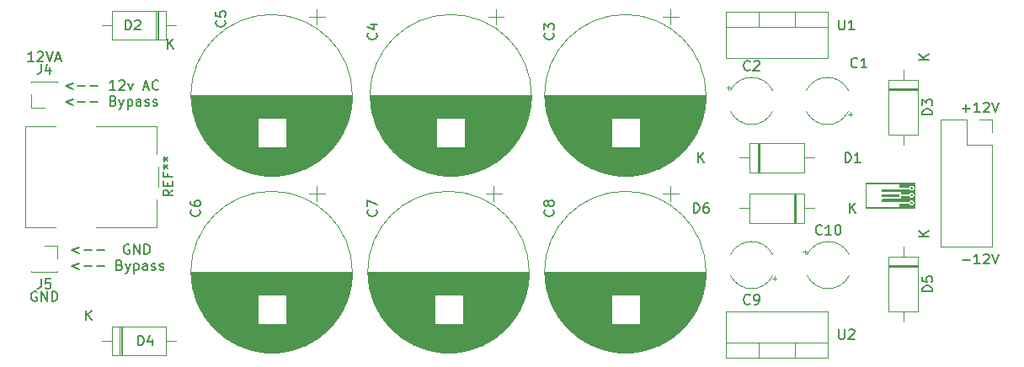
<source format=gbr>
%TF.GenerationSoftware,KiCad,Pcbnew,7.0.2*%
%TF.CreationDate,2023-06-20T09:22:34-04:00*%
%TF.ProjectId,Power supply,506f7765-7220-4737-9570-706c792e6b69,rev?*%
%TF.SameCoordinates,Original*%
%TF.FileFunction,Legend,Top*%
%TF.FilePolarity,Positive*%
%FSLAX46Y46*%
G04 Gerber Fmt 4.6, Leading zero omitted, Abs format (unit mm)*
G04 Created by KiCad (PCBNEW 7.0.2) date 2023-06-20 09:22:34*
%MOMM*%
%LPD*%
G01*
G04 APERTURE LIST*
%ADD10C,0.150000*%
%ADD11C,0.120000*%
G04 APERTURE END LIST*
D10*
X171053095Y-89031666D02*
X171815000Y-89031666D01*
X171434047Y-89412619D02*
X171434047Y-88650714D01*
X172814999Y-89412619D02*
X172243571Y-89412619D01*
X172529285Y-89412619D02*
X172529285Y-88412619D01*
X172529285Y-88412619D02*
X172434047Y-88555476D01*
X172434047Y-88555476D02*
X172338809Y-88650714D01*
X172338809Y-88650714D02*
X172243571Y-88698333D01*
X173195952Y-88507857D02*
X173243571Y-88460238D01*
X173243571Y-88460238D02*
X173338809Y-88412619D01*
X173338809Y-88412619D02*
X173576904Y-88412619D01*
X173576904Y-88412619D02*
X173672142Y-88460238D01*
X173672142Y-88460238D02*
X173719761Y-88507857D01*
X173719761Y-88507857D02*
X173767380Y-88603095D01*
X173767380Y-88603095D02*
X173767380Y-88698333D01*
X173767380Y-88698333D02*
X173719761Y-88841190D01*
X173719761Y-88841190D02*
X173148333Y-89412619D01*
X173148333Y-89412619D02*
X173767380Y-89412619D01*
X174053095Y-88412619D02*
X174386428Y-89412619D01*
X174386428Y-89412619D02*
X174719761Y-88412619D01*
X81645000Y-86490952D02*
X80883095Y-86776666D01*
X80883095Y-86776666D02*
X81645000Y-87062380D01*
X82121190Y-86776666D02*
X82883095Y-86776666D01*
X83359285Y-86776666D02*
X84121190Y-86776666D01*
X85883094Y-87157619D02*
X85311666Y-87157619D01*
X85597380Y-87157619D02*
X85597380Y-86157619D01*
X85597380Y-86157619D02*
X85502142Y-86300476D01*
X85502142Y-86300476D02*
X85406904Y-86395714D01*
X85406904Y-86395714D02*
X85311666Y-86443333D01*
X86264047Y-86252857D02*
X86311666Y-86205238D01*
X86311666Y-86205238D02*
X86406904Y-86157619D01*
X86406904Y-86157619D02*
X86644999Y-86157619D01*
X86644999Y-86157619D02*
X86740237Y-86205238D01*
X86740237Y-86205238D02*
X86787856Y-86252857D01*
X86787856Y-86252857D02*
X86835475Y-86348095D01*
X86835475Y-86348095D02*
X86835475Y-86443333D01*
X86835475Y-86443333D02*
X86787856Y-86586190D01*
X86787856Y-86586190D02*
X86216428Y-87157619D01*
X86216428Y-87157619D02*
X86835475Y-87157619D01*
X87168809Y-86490952D02*
X87406904Y-87157619D01*
X87406904Y-87157619D02*
X87644999Y-86490952D01*
X88740238Y-86871904D02*
X89216428Y-86871904D01*
X88645000Y-87157619D02*
X88978333Y-86157619D01*
X88978333Y-86157619D02*
X89311666Y-87157619D01*
X90216428Y-87062380D02*
X90168809Y-87110000D01*
X90168809Y-87110000D02*
X90025952Y-87157619D01*
X90025952Y-87157619D02*
X89930714Y-87157619D01*
X89930714Y-87157619D02*
X89787857Y-87110000D01*
X89787857Y-87110000D02*
X89692619Y-87014761D01*
X89692619Y-87014761D02*
X89645000Y-86919523D01*
X89645000Y-86919523D02*
X89597381Y-86729047D01*
X89597381Y-86729047D02*
X89597381Y-86586190D01*
X89597381Y-86586190D02*
X89645000Y-86395714D01*
X89645000Y-86395714D02*
X89692619Y-86300476D01*
X89692619Y-86300476D02*
X89787857Y-86205238D01*
X89787857Y-86205238D02*
X89930714Y-86157619D01*
X89930714Y-86157619D02*
X90025952Y-86157619D01*
X90025952Y-86157619D02*
X90168809Y-86205238D01*
X90168809Y-86205238D02*
X90216428Y-86252857D01*
X81645000Y-88110952D02*
X80883095Y-88396666D01*
X80883095Y-88396666D02*
X81645000Y-88682380D01*
X82121190Y-88396666D02*
X82883095Y-88396666D01*
X83359285Y-88396666D02*
X84121190Y-88396666D01*
X85692618Y-88253809D02*
X85835475Y-88301428D01*
X85835475Y-88301428D02*
X85883094Y-88349047D01*
X85883094Y-88349047D02*
X85930713Y-88444285D01*
X85930713Y-88444285D02*
X85930713Y-88587142D01*
X85930713Y-88587142D02*
X85883094Y-88682380D01*
X85883094Y-88682380D02*
X85835475Y-88730000D01*
X85835475Y-88730000D02*
X85740237Y-88777619D01*
X85740237Y-88777619D02*
X85359285Y-88777619D01*
X85359285Y-88777619D02*
X85359285Y-87777619D01*
X85359285Y-87777619D02*
X85692618Y-87777619D01*
X85692618Y-87777619D02*
X85787856Y-87825238D01*
X85787856Y-87825238D02*
X85835475Y-87872857D01*
X85835475Y-87872857D02*
X85883094Y-87968095D01*
X85883094Y-87968095D02*
X85883094Y-88063333D01*
X85883094Y-88063333D02*
X85835475Y-88158571D01*
X85835475Y-88158571D02*
X85787856Y-88206190D01*
X85787856Y-88206190D02*
X85692618Y-88253809D01*
X85692618Y-88253809D02*
X85359285Y-88253809D01*
X86264047Y-88110952D02*
X86502142Y-88777619D01*
X86740237Y-88110952D02*
X86502142Y-88777619D01*
X86502142Y-88777619D02*
X86406904Y-89015714D01*
X86406904Y-89015714D02*
X86359285Y-89063333D01*
X86359285Y-89063333D02*
X86264047Y-89110952D01*
X87121190Y-88110952D02*
X87121190Y-89110952D01*
X87121190Y-88158571D02*
X87216428Y-88110952D01*
X87216428Y-88110952D02*
X87406904Y-88110952D01*
X87406904Y-88110952D02*
X87502142Y-88158571D01*
X87502142Y-88158571D02*
X87549761Y-88206190D01*
X87549761Y-88206190D02*
X87597380Y-88301428D01*
X87597380Y-88301428D02*
X87597380Y-88587142D01*
X87597380Y-88587142D02*
X87549761Y-88682380D01*
X87549761Y-88682380D02*
X87502142Y-88730000D01*
X87502142Y-88730000D02*
X87406904Y-88777619D01*
X87406904Y-88777619D02*
X87216428Y-88777619D01*
X87216428Y-88777619D02*
X87121190Y-88730000D01*
X88454523Y-88777619D02*
X88454523Y-88253809D01*
X88454523Y-88253809D02*
X88406904Y-88158571D01*
X88406904Y-88158571D02*
X88311666Y-88110952D01*
X88311666Y-88110952D02*
X88121190Y-88110952D01*
X88121190Y-88110952D02*
X88025952Y-88158571D01*
X88454523Y-88730000D02*
X88359285Y-88777619D01*
X88359285Y-88777619D02*
X88121190Y-88777619D01*
X88121190Y-88777619D02*
X88025952Y-88730000D01*
X88025952Y-88730000D02*
X87978333Y-88634761D01*
X87978333Y-88634761D02*
X87978333Y-88539523D01*
X87978333Y-88539523D02*
X88025952Y-88444285D01*
X88025952Y-88444285D02*
X88121190Y-88396666D01*
X88121190Y-88396666D02*
X88359285Y-88396666D01*
X88359285Y-88396666D02*
X88454523Y-88349047D01*
X88883095Y-88730000D02*
X88978333Y-88777619D01*
X88978333Y-88777619D02*
X89168809Y-88777619D01*
X89168809Y-88777619D02*
X89264047Y-88730000D01*
X89264047Y-88730000D02*
X89311666Y-88634761D01*
X89311666Y-88634761D02*
X89311666Y-88587142D01*
X89311666Y-88587142D02*
X89264047Y-88491904D01*
X89264047Y-88491904D02*
X89168809Y-88444285D01*
X89168809Y-88444285D02*
X89025952Y-88444285D01*
X89025952Y-88444285D02*
X88930714Y-88396666D01*
X88930714Y-88396666D02*
X88883095Y-88301428D01*
X88883095Y-88301428D02*
X88883095Y-88253809D01*
X88883095Y-88253809D02*
X88930714Y-88158571D01*
X88930714Y-88158571D02*
X89025952Y-88110952D01*
X89025952Y-88110952D02*
X89168809Y-88110952D01*
X89168809Y-88110952D02*
X89264047Y-88158571D01*
X89692619Y-88730000D02*
X89787857Y-88777619D01*
X89787857Y-88777619D02*
X89978333Y-88777619D01*
X89978333Y-88777619D02*
X90073571Y-88730000D01*
X90073571Y-88730000D02*
X90121190Y-88634761D01*
X90121190Y-88634761D02*
X90121190Y-88587142D01*
X90121190Y-88587142D02*
X90073571Y-88491904D01*
X90073571Y-88491904D02*
X89978333Y-88444285D01*
X89978333Y-88444285D02*
X89835476Y-88444285D01*
X89835476Y-88444285D02*
X89740238Y-88396666D01*
X89740238Y-88396666D02*
X89692619Y-88301428D01*
X89692619Y-88301428D02*
X89692619Y-88253809D01*
X89692619Y-88253809D02*
X89740238Y-88158571D01*
X89740238Y-88158571D02*
X89835476Y-88110952D01*
X89835476Y-88110952D02*
X89978333Y-88110952D01*
X89978333Y-88110952D02*
X90073571Y-88158571D01*
X82280000Y-103000952D02*
X81518095Y-103286666D01*
X81518095Y-103286666D02*
X82280000Y-103572380D01*
X82756190Y-103286666D02*
X83518095Y-103286666D01*
X83994285Y-103286666D02*
X84756190Y-103286666D01*
X87279999Y-102715238D02*
X87184761Y-102667619D01*
X87184761Y-102667619D02*
X87041904Y-102667619D01*
X87041904Y-102667619D02*
X86899047Y-102715238D01*
X86899047Y-102715238D02*
X86803809Y-102810476D01*
X86803809Y-102810476D02*
X86756190Y-102905714D01*
X86756190Y-102905714D02*
X86708571Y-103096190D01*
X86708571Y-103096190D02*
X86708571Y-103239047D01*
X86708571Y-103239047D02*
X86756190Y-103429523D01*
X86756190Y-103429523D02*
X86803809Y-103524761D01*
X86803809Y-103524761D02*
X86899047Y-103620000D01*
X86899047Y-103620000D02*
X87041904Y-103667619D01*
X87041904Y-103667619D02*
X87137142Y-103667619D01*
X87137142Y-103667619D02*
X87279999Y-103620000D01*
X87279999Y-103620000D02*
X87327618Y-103572380D01*
X87327618Y-103572380D02*
X87327618Y-103239047D01*
X87327618Y-103239047D02*
X87137142Y-103239047D01*
X87756190Y-103667619D02*
X87756190Y-102667619D01*
X87756190Y-102667619D02*
X88327618Y-103667619D01*
X88327618Y-103667619D02*
X88327618Y-102667619D01*
X88803809Y-103667619D02*
X88803809Y-102667619D01*
X88803809Y-102667619D02*
X89041904Y-102667619D01*
X89041904Y-102667619D02*
X89184761Y-102715238D01*
X89184761Y-102715238D02*
X89279999Y-102810476D01*
X89279999Y-102810476D02*
X89327618Y-102905714D01*
X89327618Y-102905714D02*
X89375237Y-103096190D01*
X89375237Y-103096190D02*
X89375237Y-103239047D01*
X89375237Y-103239047D02*
X89327618Y-103429523D01*
X89327618Y-103429523D02*
X89279999Y-103524761D01*
X89279999Y-103524761D02*
X89184761Y-103620000D01*
X89184761Y-103620000D02*
X89041904Y-103667619D01*
X89041904Y-103667619D02*
X88803809Y-103667619D01*
X82280000Y-104620952D02*
X81518095Y-104906666D01*
X81518095Y-104906666D02*
X82280000Y-105192380D01*
X82756190Y-104906666D02*
X83518095Y-104906666D01*
X83994285Y-104906666D02*
X84756190Y-104906666D01*
X86327618Y-104763809D02*
X86470475Y-104811428D01*
X86470475Y-104811428D02*
X86518094Y-104859047D01*
X86518094Y-104859047D02*
X86565713Y-104954285D01*
X86565713Y-104954285D02*
X86565713Y-105097142D01*
X86565713Y-105097142D02*
X86518094Y-105192380D01*
X86518094Y-105192380D02*
X86470475Y-105240000D01*
X86470475Y-105240000D02*
X86375237Y-105287619D01*
X86375237Y-105287619D02*
X85994285Y-105287619D01*
X85994285Y-105287619D02*
X85994285Y-104287619D01*
X85994285Y-104287619D02*
X86327618Y-104287619D01*
X86327618Y-104287619D02*
X86422856Y-104335238D01*
X86422856Y-104335238D02*
X86470475Y-104382857D01*
X86470475Y-104382857D02*
X86518094Y-104478095D01*
X86518094Y-104478095D02*
X86518094Y-104573333D01*
X86518094Y-104573333D02*
X86470475Y-104668571D01*
X86470475Y-104668571D02*
X86422856Y-104716190D01*
X86422856Y-104716190D02*
X86327618Y-104763809D01*
X86327618Y-104763809D02*
X85994285Y-104763809D01*
X86899047Y-104620952D02*
X87137142Y-105287619D01*
X87375237Y-104620952D02*
X87137142Y-105287619D01*
X87137142Y-105287619D02*
X87041904Y-105525714D01*
X87041904Y-105525714D02*
X86994285Y-105573333D01*
X86994285Y-105573333D02*
X86899047Y-105620952D01*
X87756190Y-104620952D02*
X87756190Y-105620952D01*
X87756190Y-104668571D02*
X87851428Y-104620952D01*
X87851428Y-104620952D02*
X88041904Y-104620952D01*
X88041904Y-104620952D02*
X88137142Y-104668571D01*
X88137142Y-104668571D02*
X88184761Y-104716190D01*
X88184761Y-104716190D02*
X88232380Y-104811428D01*
X88232380Y-104811428D02*
X88232380Y-105097142D01*
X88232380Y-105097142D02*
X88184761Y-105192380D01*
X88184761Y-105192380D02*
X88137142Y-105240000D01*
X88137142Y-105240000D02*
X88041904Y-105287619D01*
X88041904Y-105287619D02*
X87851428Y-105287619D01*
X87851428Y-105287619D02*
X87756190Y-105240000D01*
X89089523Y-105287619D02*
X89089523Y-104763809D01*
X89089523Y-104763809D02*
X89041904Y-104668571D01*
X89041904Y-104668571D02*
X88946666Y-104620952D01*
X88946666Y-104620952D02*
X88756190Y-104620952D01*
X88756190Y-104620952D02*
X88660952Y-104668571D01*
X89089523Y-105240000D02*
X88994285Y-105287619D01*
X88994285Y-105287619D02*
X88756190Y-105287619D01*
X88756190Y-105287619D02*
X88660952Y-105240000D01*
X88660952Y-105240000D02*
X88613333Y-105144761D01*
X88613333Y-105144761D02*
X88613333Y-105049523D01*
X88613333Y-105049523D02*
X88660952Y-104954285D01*
X88660952Y-104954285D02*
X88756190Y-104906666D01*
X88756190Y-104906666D02*
X88994285Y-104906666D01*
X88994285Y-104906666D02*
X89089523Y-104859047D01*
X89518095Y-105240000D02*
X89613333Y-105287619D01*
X89613333Y-105287619D02*
X89803809Y-105287619D01*
X89803809Y-105287619D02*
X89899047Y-105240000D01*
X89899047Y-105240000D02*
X89946666Y-105144761D01*
X89946666Y-105144761D02*
X89946666Y-105097142D01*
X89946666Y-105097142D02*
X89899047Y-105001904D01*
X89899047Y-105001904D02*
X89803809Y-104954285D01*
X89803809Y-104954285D02*
X89660952Y-104954285D01*
X89660952Y-104954285D02*
X89565714Y-104906666D01*
X89565714Y-104906666D02*
X89518095Y-104811428D01*
X89518095Y-104811428D02*
X89518095Y-104763809D01*
X89518095Y-104763809D02*
X89565714Y-104668571D01*
X89565714Y-104668571D02*
X89660952Y-104620952D01*
X89660952Y-104620952D02*
X89803809Y-104620952D01*
X89803809Y-104620952D02*
X89899047Y-104668571D01*
X90327619Y-105240000D02*
X90422857Y-105287619D01*
X90422857Y-105287619D02*
X90613333Y-105287619D01*
X90613333Y-105287619D02*
X90708571Y-105240000D01*
X90708571Y-105240000D02*
X90756190Y-105144761D01*
X90756190Y-105144761D02*
X90756190Y-105097142D01*
X90756190Y-105097142D02*
X90708571Y-105001904D01*
X90708571Y-105001904D02*
X90613333Y-104954285D01*
X90613333Y-104954285D02*
X90470476Y-104954285D01*
X90470476Y-104954285D02*
X90375238Y-104906666D01*
X90375238Y-104906666D02*
X90327619Y-104811428D01*
X90327619Y-104811428D02*
X90327619Y-104763809D01*
X90327619Y-104763809D02*
X90375238Y-104668571D01*
X90375238Y-104668571D02*
X90470476Y-104620952D01*
X90470476Y-104620952D02*
X90613333Y-104620952D01*
X90613333Y-104620952D02*
X90708571Y-104668571D01*
X171053095Y-104271666D02*
X171815000Y-104271666D01*
X172814999Y-104652619D02*
X172243571Y-104652619D01*
X172529285Y-104652619D02*
X172529285Y-103652619D01*
X172529285Y-103652619D02*
X172434047Y-103795476D01*
X172434047Y-103795476D02*
X172338809Y-103890714D01*
X172338809Y-103890714D02*
X172243571Y-103938333D01*
X173195952Y-103747857D02*
X173243571Y-103700238D01*
X173243571Y-103700238D02*
X173338809Y-103652619D01*
X173338809Y-103652619D02*
X173576904Y-103652619D01*
X173576904Y-103652619D02*
X173672142Y-103700238D01*
X173672142Y-103700238D02*
X173719761Y-103747857D01*
X173719761Y-103747857D02*
X173767380Y-103843095D01*
X173767380Y-103843095D02*
X173767380Y-103938333D01*
X173767380Y-103938333D02*
X173719761Y-104081190D01*
X173719761Y-104081190D02*
X173148333Y-104652619D01*
X173148333Y-104652619D02*
X173767380Y-104652619D01*
X174053095Y-103652619D02*
X174386428Y-104652619D01*
X174386428Y-104652619D02*
X174719761Y-103652619D01*
%TO.C,J5*%
X78406666Y-106142619D02*
X78406666Y-106856904D01*
X78406666Y-106856904D02*
X78359047Y-106999761D01*
X78359047Y-106999761D02*
X78263809Y-107095000D01*
X78263809Y-107095000D02*
X78120952Y-107142619D01*
X78120952Y-107142619D02*
X78025714Y-107142619D01*
X79359047Y-106142619D02*
X78882857Y-106142619D01*
X78882857Y-106142619D02*
X78835238Y-106618809D01*
X78835238Y-106618809D02*
X78882857Y-106571190D01*
X78882857Y-106571190D02*
X78978095Y-106523571D01*
X78978095Y-106523571D02*
X79216190Y-106523571D01*
X79216190Y-106523571D02*
X79311428Y-106571190D01*
X79311428Y-106571190D02*
X79359047Y-106618809D01*
X79359047Y-106618809D02*
X79406666Y-106714047D01*
X79406666Y-106714047D02*
X79406666Y-106952142D01*
X79406666Y-106952142D02*
X79359047Y-107047380D01*
X79359047Y-107047380D02*
X79311428Y-107095000D01*
X79311428Y-107095000D02*
X79216190Y-107142619D01*
X79216190Y-107142619D02*
X78978095Y-107142619D01*
X78978095Y-107142619D02*
X78882857Y-107095000D01*
X78882857Y-107095000D02*
X78835238Y-107047380D01*
X77978095Y-107460238D02*
X77882857Y-107412619D01*
X77882857Y-107412619D02*
X77740000Y-107412619D01*
X77740000Y-107412619D02*
X77597143Y-107460238D01*
X77597143Y-107460238D02*
X77501905Y-107555476D01*
X77501905Y-107555476D02*
X77454286Y-107650714D01*
X77454286Y-107650714D02*
X77406667Y-107841190D01*
X77406667Y-107841190D02*
X77406667Y-107984047D01*
X77406667Y-107984047D02*
X77454286Y-108174523D01*
X77454286Y-108174523D02*
X77501905Y-108269761D01*
X77501905Y-108269761D02*
X77597143Y-108365000D01*
X77597143Y-108365000D02*
X77740000Y-108412619D01*
X77740000Y-108412619D02*
X77835238Y-108412619D01*
X77835238Y-108412619D02*
X77978095Y-108365000D01*
X77978095Y-108365000D02*
X78025714Y-108317380D01*
X78025714Y-108317380D02*
X78025714Y-107984047D01*
X78025714Y-107984047D02*
X77835238Y-107984047D01*
X78454286Y-108412619D02*
X78454286Y-107412619D01*
X78454286Y-107412619D02*
X79025714Y-108412619D01*
X79025714Y-108412619D02*
X79025714Y-107412619D01*
X79501905Y-108412619D02*
X79501905Y-107412619D01*
X79501905Y-107412619D02*
X79740000Y-107412619D01*
X79740000Y-107412619D02*
X79882857Y-107460238D01*
X79882857Y-107460238D02*
X79978095Y-107555476D01*
X79978095Y-107555476D02*
X80025714Y-107650714D01*
X80025714Y-107650714D02*
X80073333Y-107841190D01*
X80073333Y-107841190D02*
X80073333Y-107984047D01*
X80073333Y-107984047D02*
X80025714Y-108174523D01*
X80025714Y-108174523D02*
X79978095Y-108269761D01*
X79978095Y-108269761D02*
X79882857Y-108365000D01*
X79882857Y-108365000D02*
X79740000Y-108412619D01*
X79740000Y-108412619D02*
X79501905Y-108412619D01*
%TO.C,D6*%
X144041905Y-99522619D02*
X144041905Y-98522619D01*
X144041905Y-98522619D02*
X144280000Y-98522619D01*
X144280000Y-98522619D02*
X144422857Y-98570238D01*
X144422857Y-98570238D02*
X144518095Y-98665476D01*
X144518095Y-98665476D02*
X144565714Y-98760714D01*
X144565714Y-98760714D02*
X144613333Y-98951190D01*
X144613333Y-98951190D02*
X144613333Y-99094047D01*
X144613333Y-99094047D02*
X144565714Y-99284523D01*
X144565714Y-99284523D02*
X144518095Y-99379761D01*
X144518095Y-99379761D02*
X144422857Y-99475000D01*
X144422857Y-99475000D02*
X144280000Y-99522619D01*
X144280000Y-99522619D02*
X144041905Y-99522619D01*
X145470476Y-98522619D02*
X145280000Y-98522619D01*
X145280000Y-98522619D02*
X145184762Y-98570238D01*
X145184762Y-98570238D02*
X145137143Y-98617857D01*
X145137143Y-98617857D02*
X145041905Y-98760714D01*
X145041905Y-98760714D02*
X144994286Y-98951190D01*
X144994286Y-98951190D02*
X144994286Y-99332142D01*
X144994286Y-99332142D02*
X145041905Y-99427380D01*
X145041905Y-99427380D02*
X145089524Y-99475000D01*
X145089524Y-99475000D02*
X145184762Y-99522619D01*
X145184762Y-99522619D02*
X145375238Y-99522619D01*
X145375238Y-99522619D02*
X145470476Y-99475000D01*
X145470476Y-99475000D02*
X145518095Y-99427380D01*
X145518095Y-99427380D02*
X145565714Y-99332142D01*
X145565714Y-99332142D02*
X145565714Y-99094047D01*
X145565714Y-99094047D02*
X145518095Y-98998809D01*
X145518095Y-98998809D02*
X145470476Y-98951190D01*
X145470476Y-98951190D02*
X145375238Y-98903571D01*
X145375238Y-98903571D02*
X145184762Y-98903571D01*
X145184762Y-98903571D02*
X145089524Y-98951190D01*
X145089524Y-98951190D02*
X145041905Y-98998809D01*
X145041905Y-98998809D02*
X144994286Y-99094047D01*
X159758095Y-99522619D02*
X159758095Y-98522619D01*
X160329523Y-99522619D02*
X159900952Y-98951190D01*
X160329523Y-98522619D02*
X159758095Y-99094047D01*
%TO.C,C5*%
X96887380Y-80176666D02*
X96935000Y-80224285D01*
X96935000Y-80224285D02*
X96982619Y-80367142D01*
X96982619Y-80367142D02*
X96982619Y-80462380D01*
X96982619Y-80462380D02*
X96935000Y-80605237D01*
X96935000Y-80605237D02*
X96839761Y-80700475D01*
X96839761Y-80700475D02*
X96744523Y-80748094D01*
X96744523Y-80748094D02*
X96554047Y-80795713D01*
X96554047Y-80795713D02*
X96411190Y-80795713D01*
X96411190Y-80795713D02*
X96220714Y-80748094D01*
X96220714Y-80748094D02*
X96125476Y-80700475D01*
X96125476Y-80700475D02*
X96030238Y-80605237D01*
X96030238Y-80605237D02*
X95982619Y-80462380D01*
X95982619Y-80462380D02*
X95982619Y-80367142D01*
X95982619Y-80367142D02*
X96030238Y-80224285D01*
X96030238Y-80224285D02*
X96077857Y-80176666D01*
X95982619Y-79271904D02*
X95982619Y-79748094D01*
X95982619Y-79748094D02*
X96458809Y-79795713D01*
X96458809Y-79795713D02*
X96411190Y-79748094D01*
X96411190Y-79748094D02*
X96363571Y-79652856D01*
X96363571Y-79652856D02*
X96363571Y-79414761D01*
X96363571Y-79414761D02*
X96411190Y-79319523D01*
X96411190Y-79319523D02*
X96458809Y-79271904D01*
X96458809Y-79271904D02*
X96554047Y-79224285D01*
X96554047Y-79224285D02*
X96792142Y-79224285D01*
X96792142Y-79224285D02*
X96887380Y-79271904D01*
X96887380Y-79271904D02*
X96935000Y-79319523D01*
X96935000Y-79319523D02*
X96982619Y-79414761D01*
X96982619Y-79414761D02*
X96982619Y-79652856D01*
X96982619Y-79652856D02*
X96935000Y-79748094D01*
X96935000Y-79748094D02*
X96887380Y-79795713D01*
%TO.C,U1*%
X158623095Y-80107619D02*
X158623095Y-80917142D01*
X158623095Y-80917142D02*
X158670714Y-81012380D01*
X158670714Y-81012380D02*
X158718333Y-81060000D01*
X158718333Y-81060000D02*
X158813571Y-81107619D01*
X158813571Y-81107619D02*
X159004047Y-81107619D01*
X159004047Y-81107619D02*
X159099285Y-81060000D01*
X159099285Y-81060000D02*
X159146904Y-81012380D01*
X159146904Y-81012380D02*
X159194523Y-80917142D01*
X159194523Y-80917142D02*
X159194523Y-80107619D01*
X160194523Y-81107619D02*
X159623095Y-81107619D01*
X159908809Y-81107619D02*
X159908809Y-80107619D01*
X159908809Y-80107619D02*
X159813571Y-80250476D01*
X159813571Y-80250476D02*
X159718333Y-80345714D01*
X159718333Y-80345714D02*
X159623095Y-80393333D01*
%TO.C,D2*%
X86891905Y-81107619D02*
X86891905Y-80107619D01*
X86891905Y-80107619D02*
X87130000Y-80107619D01*
X87130000Y-80107619D02*
X87272857Y-80155238D01*
X87272857Y-80155238D02*
X87368095Y-80250476D01*
X87368095Y-80250476D02*
X87415714Y-80345714D01*
X87415714Y-80345714D02*
X87463333Y-80536190D01*
X87463333Y-80536190D02*
X87463333Y-80679047D01*
X87463333Y-80679047D02*
X87415714Y-80869523D01*
X87415714Y-80869523D02*
X87368095Y-80964761D01*
X87368095Y-80964761D02*
X87272857Y-81060000D01*
X87272857Y-81060000D02*
X87130000Y-81107619D01*
X87130000Y-81107619D02*
X86891905Y-81107619D01*
X87844286Y-80202857D02*
X87891905Y-80155238D01*
X87891905Y-80155238D02*
X87987143Y-80107619D01*
X87987143Y-80107619D02*
X88225238Y-80107619D01*
X88225238Y-80107619D02*
X88320476Y-80155238D01*
X88320476Y-80155238D02*
X88368095Y-80202857D01*
X88368095Y-80202857D02*
X88415714Y-80298095D01*
X88415714Y-80298095D02*
X88415714Y-80393333D01*
X88415714Y-80393333D02*
X88368095Y-80536190D01*
X88368095Y-80536190D02*
X87796667Y-81107619D01*
X87796667Y-81107619D02*
X88415714Y-81107619D01*
X91178095Y-83012619D02*
X91178095Y-82012619D01*
X91749523Y-83012619D02*
X91320952Y-82441190D01*
X91749523Y-82012619D02*
X91178095Y-82584047D01*
%TO.C,D4*%
X88161905Y-112857619D02*
X88161905Y-111857619D01*
X88161905Y-111857619D02*
X88400000Y-111857619D01*
X88400000Y-111857619D02*
X88542857Y-111905238D01*
X88542857Y-111905238D02*
X88638095Y-112000476D01*
X88638095Y-112000476D02*
X88685714Y-112095714D01*
X88685714Y-112095714D02*
X88733333Y-112286190D01*
X88733333Y-112286190D02*
X88733333Y-112429047D01*
X88733333Y-112429047D02*
X88685714Y-112619523D01*
X88685714Y-112619523D02*
X88638095Y-112714761D01*
X88638095Y-112714761D02*
X88542857Y-112810000D01*
X88542857Y-112810000D02*
X88400000Y-112857619D01*
X88400000Y-112857619D02*
X88161905Y-112857619D01*
X89590476Y-112190952D02*
X89590476Y-112857619D01*
X89352381Y-111810000D02*
X89114286Y-112524285D01*
X89114286Y-112524285D02*
X89733333Y-112524285D01*
X82923095Y-110317619D02*
X82923095Y-109317619D01*
X83494523Y-110317619D02*
X83065952Y-109746190D01*
X83494523Y-109317619D02*
X82923095Y-109889047D01*
%TO.C,U2*%
X158623095Y-111222619D02*
X158623095Y-112032142D01*
X158623095Y-112032142D02*
X158670714Y-112127380D01*
X158670714Y-112127380D02*
X158718333Y-112175000D01*
X158718333Y-112175000D02*
X158813571Y-112222619D01*
X158813571Y-112222619D02*
X159004047Y-112222619D01*
X159004047Y-112222619D02*
X159099285Y-112175000D01*
X159099285Y-112175000D02*
X159146904Y-112127380D01*
X159146904Y-112127380D02*
X159194523Y-112032142D01*
X159194523Y-112032142D02*
X159194523Y-111222619D01*
X159623095Y-111317857D02*
X159670714Y-111270238D01*
X159670714Y-111270238D02*
X159765952Y-111222619D01*
X159765952Y-111222619D02*
X160004047Y-111222619D01*
X160004047Y-111222619D02*
X160099285Y-111270238D01*
X160099285Y-111270238D02*
X160146904Y-111317857D01*
X160146904Y-111317857D02*
X160194523Y-111413095D01*
X160194523Y-111413095D02*
X160194523Y-111508333D01*
X160194523Y-111508333D02*
X160146904Y-111651190D01*
X160146904Y-111651190D02*
X159575476Y-112222619D01*
X159575476Y-112222619D02*
X160194523Y-112222619D01*
%TO.C,D5*%
X168032619Y-107418094D02*
X167032619Y-107418094D01*
X167032619Y-107418094D02*
X167032619Y-107179999D01*
X167032619Y-107179999D02*
X167080238Y-107037142D01*
X167080238Y-107037142D02*
X167175476Y-106941904D01*
X167175476Y-106941904D02*
X167270714Y-106894285D01*
X167270714Y-106894285D02*
X167461190Y-106846666D01*
X167461190Y-106846666D02*
X167604047Y-106846666D01*
X167604047Y-106846666D02*
X167794523Y-106894285D01*
X167794523Y-106894285D02*
X167889761Y-106941904D01*
X167889761Y-106941904D02*
X167985000Y-107037142D01*
X167985000Y-107037142D02*
X168032619Y-107179999D01*
X168032619Y-107179999D02*
X168032619Y-107418094D01*
X167032619Y-105941904D02*
X167032619Y-106418094D01*
X167032619Y-106418094D02*
X167508809Y-106465713D01*
X167508809Y-106465713D02*
X167461190Y-106418094D01*
X167461190Y-106418094D02*
X167413571Y-106322856D01*
X167413571Y-106322856D02*
X167413571Y-106084761D01*
X167413571Y-106084761D02*
X167461190Y-105989523D01*
X167461190Y-105989523D02*
X167508809Y-105941904D01*
X167508809Y-105941904D02*
X167604047Y-105894285D01*
X167604047Y-105894285D02*
X167842142Y-105894285D01*
X167842142Y-105894285D02*
X167937380Y-105941904D01*
X167937380Y-105941904D02*
X167985000Y-105989523D01*
X167985000Y-105989523D02*
X168032619Y-106084761D01*
X168032619Y-106084761D02*
X168032619Y-106322856D01*
X168032619Y-106322856D02*
X167985000Y-106418094D01*
X167985000Y-106418094D02*
X167937380Y-106465713D01*
X167662619Y-101861904D02*
X166662619Y-101861904D01*
X167662619Y-101290476D02*
X167091190Y-101719047D01*
X166662619Y-101290476D02*
X167234047Y-101861904D01*
%TO.C,C10*%
X156917142Y-101642380D02*
X156869523Y-101690000D01*
X156869523Y-101690000D02*
X156726666Y-101737619D01*
X156726666Y-101737619D02*
X156631428Y-101737619D01*
X156631428Y-101737619D02*
X156488571Y-101690000D01*
X156488571Y-101690000D02*
X156393333Y-101594761D01*
X156393333Y-101594761D02*
X156345714Y-101499523D01*
X156345714Y-101499523D02*
X156298095Y-101309047D01*
X156298095Y-101309047D02*
X156298095Y-101166190D01*
X156298095Y-101166190D02*
X156345714Y-100975714D01*
X156345714Y-100975714D02*
X156393333Y-100880476D01*
X156393333Y-100880476D02*
X156488571Y-100785238D01*
X156488571Y-100785238D02*
X156631428Y-100737619D01*
X156631428Y-100737619D02*
X156726666Y-100737619D01*
X156726666Y-100737619D02*
X156869523Y-100785238D01*
X156869523Y-100785238D02*
X156917142Y-100832857D01*
X157869523Y-101737619D02*
X157298095Y-101737619D01*
X157583809Y-101737619D02*
X157583809Y-100737619D01*
X157583809Y-100737619D02*
X157488571Y-100880476D01*
X157488571Y-100880476D02*
X157393333Y-100975714D01*
X157393333Y-100975714D02*
X157298095Y-101023333D01*
X158488571Y-100737619D02*
X158583809Y-100737619D01*
X158583809Y-100737619D02*
X158679047Y-100785238D01*
X158679047Y-100785238D02*
X158726666Y-100832857D01*
X158726666Y-100832857D02*
X158774285Y-100928095D01*
X158774285Y-100928095D02*
X158821904Y-101118571D01*
X158821904Y-101118571D02*
X158821904Y-101356666D01*
X158821904Y-101356666D02*
X158774285Y-101547142D01*
X158774285Y-101547142D02*
X158726666Y-101642380D01*
X158726666Y-101642380D02*
X158679047Y-101690000D01*
X158679047Y-101690000D02*
X158583809Y-101737619D01*
X158583809Y-101737619D02*
X158488571Y-101737619D01*
X158488571Y-101737619D02*
X158393333Y-101690000D01*
X158393333Y-101690000D02*
X158345714Y-101642380D01*
X158345714Y-101642380D02*
X158298095Y-101547142D01*
X158298095Y-101547142D02*
X158250476Y-101356666D01*
X158250476Y-101356666D02*
X158250476Y-101118571D01*
X158250476Y-101118571D02*
X158298095Y-100928095D01*
X158298095Y-100928095D02*
X158345714Y-100832857D01*
X158345714Y-100832857D02*
X158393333Y-100785238D01*
X158393333Y-100785238D02*
X158488571Y-100737619D01*
%TO.C,C3*%
X129907380Y-81446666D02*
X129955000Y-81494285D01*
X129955000Y-81494285D02*
X130002619Y-81637142D01*
X130002619Y-81637142D02*
X130002619Y-81732380D01*
X130002619Y-81732380D02*
X129955000Y-81875237D01*
X129955000Y-81875237D02*
X129859761Y-81970475D01*
X129859761Y-81970475D02*
X129764523Y-82018094D01*
X129764523Y-82018094D02*
X129574047Y-82065713D01*
X129574047Y-82065713D02*
X129431190Y-82065713D01*
X129431190Y-82065713D02*
X129240714Y-82018094D01*
X129240714Y-82018094D02*
X129145476Y-81970475D01*
X129145476Y-81970475D02*
X129050238Y-81875237D01*
X129050238Y-81875237D02*
X129002619Y-81732380D01*
X129002619Y-81732380D02*
X129002619Y-81637142D01*
X129002619Y-81637142D02*
X129050238Y-81494285D01*
X129050238Y-81494285D02*
X129097857Y-81446666D01*
X129002619Y-81113332D02*
X129002619Y-80494285D01*
X129002619Y-80494285D02*
X129383571Y-80827618D01*
X129383571Y-80827618D02*
X129383571Y-80684761D01*
X129383571Y-80684761D02*
X129431190Y-80589523D01*
X129431190Y-80589523D02*
X129478809Y-80541904D01*
X129478809Y-80541904D02*
X129574047Y-80494285D01*
X129574047Y-80494285D02*
X129812142Y-80494285D01*
X129812142Y-80494285D02*
X129907380Y-80541904D01*
X129907380Y-80541904D02*
X129955000Y-80589523D01*
X129955000Y-80589523D02*
X130002619Y-80684761D01*
X130002619Y-80684761D02*
X130002619Y-80970475D01*
X130002619Y-80970475D02*
X129955000Y-81065713D01*
X129955000Y-81065713D02*
X129907380Y-81113332D01*
%TO.C,C7*%
X112127380Y-99226666D02*
X112175000Y-99274285D01*
X112175000Y-99274285D02*
X112222619Y-99417142D01*
X112222619Y-99417142D02*
X112222619Y-99512380D01*
X112222619Y-99512380D02*
X112175000Y-99655237D01*
X112175000Y-99655237D02*
X112079761Y-99750475D01*
X112079761Y-99750475D02*
X111984523Y-99798094D01*
X111984523Y-99798094D02*
X111794047Y-99845713D01*
X111794047Y-99845713D02*
X111651190Y-99845713D01*
X111651190Y-99845713D02*
X111460714Y-99798094D01*
X111460714Y-99798094D02*
X111365476Y-99750475D01*
X111365476Y-99750475D02*
X111270238Y-99655237D01*
X111270238Y-99655237D02*
X111222619Y-99512380D01*
X111222619Y-99512380D02*
X111222619Y-99417142D01*
X111222619Y-99417142D02*
X111270238Y-99274285D01*
X111270238Y-99274285D02*
X111317857Y-99226666D01*
X111222619Y-98893332D02*
X111222619Y-98226666D01*
X111222619Y-98226666D02*
X112222619Y-98655237D01*
%TO.C,C8*%
X129907380Y-99226666D02*
X129955000Y-99274285D01*
X129955000Y-99274285D02*
X130002619Y-99417142D01*
X130002619Y-99417142D02*
X130002619Y-99512380D01*
X130002619Y-99512380D02*
X129955000Y-99655237D01*
X129955000Y-99655237D02*
X129859761Y-99750475D01*
X129859761Y-99750475D02*
X129764523Y-99798094D01*
X129764523Y-99798094D02*
X129574047Y-99845713D01*
X129574047Y-99845713D02*
X129431190Y-99845713D01*
X129431190Y-99845713D02*
X129240714Y-99798094D01*
X129240714Y-99798094D02*
X129145476Y-99750475D01*
X129145476Y-99750475D02*
X129050238Y-99655237D01*
X129050238Y-99655237D02*
X129002619Y-99512380D01*
X129002619Y-99512380D02*
X129002619Y-99417142D01*
X129002619Y-99417142D02*
X129050238Y-99274285D01*
X129050238Y-99274285D02*
X129097857Y-99226666D01*
X129431190Y-98655237D02*
X129383571Y-98750475D01*
X129383571Y-98750475D02*
X129335952Y-98798094D01*
X129335952Y-98798094D02*
X129240714Y-98845713D01*
X129240714Y-98845713D02*
X129193095Y-98845713D01*
X129193095Y-98845713D02*
X129097857Y-98798094D01*
X129097857Y-98798094D02*
X129050238Y-98750475D01*
X129050238Y-98750475D02*
X129002619Y-98655237D01*
X129002619Y-98655237D02*
X129002619Y-98464761D01*
X129002619Y-98464761D02*
X129050238Y-98369523D01*
X129050238Y-98369523D02*
X129097857Y-98321904D01*
X129097857Y-98321904D02*
X129193095Y-98274285D01*
X129193095Y-98274285D02*
X129240714Y-98274285D01*
X129240714Y-98274285D02*
X129335952Y-98321904D01*
X129335952Y-98321904D02*
X129383571Y-98369523D01*
X129383571Y-98369523D02*
X129431190Y-98464761D01*
X129431190Y-98464761D02*
X129431190Y-98655237D01*
X129431190Y-98655237D02*
X129478809Y-98750475D01*
X129478809Y-98750475D02*
X129526428Y-98798094D01*
X129526428Y-98798094D02*
X129621666Y-98845713D01*
X129621666Y-98845713D02*
X129812142Y-98845713D01*
X129812142Y-98845713D02*
X129907380Y-98798094D01*
X129907380Y-98798094D02*
X129955000Y-98750475D01*
X129955000Y-98750475D02*
X130002619Y-98655237D01*
X130002619Y-98655237D02*
X130002619Y-98464761D01*
X130002619Y-98464761D02*
X129955000Y-98369523D01*
X129955000Y-98369523D02*
X129907380Y-98321904D01*
X129907380Y-98321904D02*
X129812142Y-98274285D01*
X129812142Y-98274285D02*
X129621666Y-98274285D01*
X129621666Y-98274285D02*
X129526428Y-98321904D01*
X129526428Y-98321904D02*
X129478809Y-98369523D01*
X129478809Y-98369523D02*
X129431190Y-98464761D01*
%TO.C,C9*%
X149693333Y-108642380D02*
X149645714Y-108690000D01*
X149645714Y-108690000D02*
X149502857Y-108737619D01*
X149502857Y-108737619D02*
X149407619Y-108737619D01*
X149407619Y-108737619D02*
X149264762Y-108690000D01*
X149264762Y-108690000D02*
X149169524Y-108594761D01*
X149169524Y-108594761D02*
X149121905Y-108499523D01*
X149121905Y-108499523D02*
X149074286Y-108309047D01*
X149074286Y-108309047D02*
X149074286Y-108166190D01*
X149074286Y-108166190D02*
X149121905Y-107975714D01*
X149121905Y-107975714D02*
X149169524Y-107880476D01*
X149169524Y-107880476D02*
X149264762Y-107785238D01*
X149264762Y-107785238D02*
X149407619Y-107737619D01*
X149407619Y-107737619D02*
X149502857Y-107737619D01*
X149502857Y-107737619D02*
X149645714Y-107785238D01*
X149645714Y-107785238D02*
X149693333Y-107832857D01*
X150169524Y-108737619D02*
X150360000Y-108737619D01*
X150360000Y-108737619D02*
X150455238Y-108690000D01*
X150455238Y-108690000D02*
X150502857Y-108642380D01*
X150502857Y-108642380D02*
X150598095Y-108499523D01*
X150598095Y-108499523D02*
X150645714Y-108309047D01*
X150645714Y-108309047D02*
X150645714Y-107928095D01*
X150645714Y-107928095D02*
X150598095Y-107832857D01*
X150598095Y-107832857D02*
X150550476Y-107785238D01*
X150550476Y-107785238D02*
X150455238Y-107737619D01*
X150455238Y-107737619D02*
X150264762Y-107737619D01*
X150264762Y-107737619D02*
X150169524Y-107785238D01*
X150169524Y-107785238D02*
X150121905Y-107832857D01*
X150121905Y-107832857D02*
X150074286Y-107928095D01*
X150074286Y-107928095D02*
X150074286Y-108166190D01*
X150074286Y-108166190D02*
X150121905Y-108261428D01*
X150121905Y-108261428D02*
X150169524Y-108309047D01*
X150169524Y-108309047D02*
X150264762Y-108356666D01*
X150264762Y-108356666D02*
X150455238Y-108356666D01*
X150455238Y-108356666D02*
X150550476Y-108309047D01*
X150550476Y-108309047D02*
X150598095Y-108261428D01*
X150598095Y-108261428D02*
X150645714Y-108166190D01*
%TO.C,C4*%
X112127380Y-81446666D02*
X112175000Y-81494285D01*
X112175000Y-81494285D02*
X112222619Y-81637142D01*
X112222619Y-81637142D02*
X112222619Y-81732380D01*
X112222619Y-81732380D02*
X112175000Y-81875237D01*
X112175000Y-81875237D02*
X112079761Y-81970475D01*
X112079761Y-81970475D02*
X111984523Y-82018094D01*
X111984523Y-82018094D02*
X111794047Y-82065713D01*
X111794047Y-82065713D02*
X111651190Y-82065713D01*
X111651190Y-82065713D02*
X111460714Y-82018094D01*
X111460714Y-82018094D02*
X111365476Y-81970475D01*
X111365476Y-81970475D02*
X111270238Y-81875237D01*
X111270238Y-81875237D02*
X111222619Y-81732380D01*
X111222619Y-81732380D02*
X111222619Y-81637142D01*
X111222619Y-81637142D02*
X111270238Y-81494285D01*
X111270238Y-81494285D02*
X111317857Y-81446666D01*
X111555952Y-80589523D02*
X112222619Y-80589523D01*
X111175000Y-80827618D02*
X111889285Y-81065713D01*
X111889285Y-81065713D02*
X111889285Y-80446666D01*
%TO.C,J4*%
X78406666Y-84552619D02*
X78406666Y-85266904D01*
X78406666Y-85266904D02*
X78359047Y-85409761D01*
X78359047Y-85409761D02*
X78263809Y-85505000D01*
X78263809Y-85505000D02*
X78120952Y-85552619D01*
X78120952Y-85552619D02*
X78025714Y-85552619D01*
X79311428Y-84885952D02*
X79311428Y-85552619D01*
X79073333Y-84505000D02*
X78835238Y-85219285D01*
X78835238Y-85219285D02*
X79454285Y-85219285D01*
X77692380Y-84282619D02*
X77120952Y-84282619D01*
X77406666Y-84282619D02*
X77406666Y-83282619D01*
X77406666Y-83282619D02*
X77311428Y-83425476D01*
X77311428Y-83425476D02*
X77216190Y-83520714D01*
X77216190Y-83520714D02*
X77120952Y-83568333D01*
X78073333Y-83377857D02*
X78120952Y-83330238D01*
X78120952Y-83330238D02*
X78216190Y-83282619D01*
X78216190Y-83282619D02*
X78454285Y-83282619D01*
X78454285Y-83282619D02*
X78549523Y-83330238D01*
X78549523Y-83330238D02*
X78597142Y-83377857D01*
X78597142Y-83377857D02*
X78644761Y-83473095D01*
X78644761Y-83473095D02*
X78644761Y-83568333D01*
X78644761Y-83568333D02*
X78597142Y-83711190D01*
X78597142Y-83711190D02*
X78025714Y-84282619D01*
X78025714Y-84282619D02*
X78644761Y-84282619D01*
X78930476Y-83282619D02*
X79263809Y-84282619D01*
X79263809Y-84282619D02*
X79597142Y-83282619D01*
X79882857Y-83996904D02*
X80359047Y-83996904D01*
X79787619Y-84282619D02*
X80120952Y-83282619D01*
X80120952Y-83282619D02*
X80454285Y-84282619D01*
%TO.C,C6*%
X94347380Y-99226666D02*
X94395000Y-99274285D01*
X94395000Y-99274285D02*
X94442619Y-99417142D01*
X94442619Y-99417142D02*
X94442619Y-99512380D01*
X94442619Y-99512380D02*
X94395000Y-99655237D01*
X94395000Y-99655237D02*
X94299761Y-99750475D01*
X94299761Y-99750475D02*
X94204523Y-99798094D01*
X94204523Y-99798094D02*
X94014047Y-99845713D01*
X94014047Y-99845713D02*
X93871190Y-99845713D01*
X93871190Y-99845713D02*
X93680714Y-99798094D01*
X93680714Y-99798094D02*
X93585476Y-99750475D01*
X93585476Y-99750475D02*
X93490238Y-99655237D01*
X93490238Y-99655237D02*
X93442619Y-99512380D01*
X93442619Y-99512380D02*
X93442619Y-99417142D01*
X93442619Y-99417142D02*
X93490238Y-99274285D01*
X93490238Y-99274285D02*
X93537857Y-99226666D01*
X93442619Y-98369523D02*
X93442619Y-98559999D01*
X93442619Y-98559999D02*
X93490238Y-98655237D01*
X93490238Y-98655237D02*
X93537857Y-98702856D01*
X93537857Y-98702856D02*
X93680714Y-98798094D01*
X93680714Y-98798094D02*
X93871190Y-98845713D01*
X93871190Y-98845713D02*
X94252142Y-98845713D01*
X94252142Y-98845713D02*
X94347380Y-98798094D01*
X94347380Y-98798094D02*
X94395000Y-98750475D01*
X94395000Y-98750475D02*
X94442619Y-98655237D01*
X94442619Y-98655237D02*
X94442619Y-98464761D01*
X94442619Y-98464761D02*
X94395000Y-98369523D01*
X94395000Y-98369523D02*
X94347380Y-98321904D01*
X94347380Y-98321904D02*
X94252142Y-98274285D01*
X94252142Y-98274285D02*
X94014047Y-98274285D01*
X94014047Y-98274285D02*
X93918809Y-98321904D01*
X93918809Y-98321904D02*
X93871190Y-98369523D01*
X93871190Y-98369523D02*
X93823571Y-98464761D01*
X93823571Y-98464761D02*
X93823571Y-98655237D01*
X93823571Y-98655237D02*
X93871190Y-98750475D01*
X93871190Y-98750475D02*
X93918809Y-98798094D01*
X93918809Y-98798094D02*
X94014047Y-98845713D01*
%TO.C,D1*%
X159281905Y-94442619D02*
X159281905Y-93442619D01*
X159281905Y-93442619D02*
X159520000Y-93442619D01*
X159520000Y-93442619D02*
X159662857Y-93490238D01*
X159662857Y-93490238D02*
X159758095Y-93585476D01*
X159758095Y-93585476D02*
X159805714Y-93680714D01*
X159805714Y-93680714D02*
X159853333Y-93871190D01*
X159853333Y-93871190D02*
X159853333Y-94014047D01*
X159853333Y-94014047D02*
X159805714Y-94204523D01*
X159805714Y-94204523D02*
X159758095Y-94299761D01*
X159758095Y-94299761D02*
X159662857Y-94395000D01*
X159662857Y-94395000D02*
X159520000Y-94442619D01*
X159520000Y-94442619D02*
X159281905Y-94442619D01*
X160805714Y-94442619D02*
X160234286Y-94442619D01*
X160520000Y-94442619D02*
X160520000Y-93442619D01*
X160520000Y-93442619D02*
X160424762Y-93585476D01*
X160424762Y-93585476D02*
X160329524Y-93680714D01*
X160329524Y-93680714D02*
X160234286Y-93728333D01*
X144518095Y-94442619D02*
X144518095Y-93442619D01*
X145089523Y-94442619D02*
X144660952Y-93871190D01*
X145089523Y-93442619D02*
X144518095Y-94014047D01*
%TO.C,C2*%
X149693333Y-85132380D02*
X149645714Y-85180000D01*
X149645714Y-85180000D02*
X149502857Y-85227619D01*
X149502857Y-85227619D02*
X149407619Y-85227619D01*
X149407619Y-85227619D02*
X149264762Y-85180000D01*
X149264762Y-85180000D02*
X149169524Y-85084761D01*
X149169524Y-85084761D02*
X149121905Y-84989523D01*
X149121905Y-84989523D02*
X149074286Y-84799047D01*
X149074286Y-84799047D02*
X149074286Y-84656190D01*
X149074286Y-84656190D02*
X149121905Y-84465714D01*
X149121905Y-84465714D02*
X149169524Y-84370476D01*
X149169524Y-84370476D02*
X149264762Y-84275238D01*
X149264762Y-84275238D02*
X149407619Y-84227619D01*
X149407619Y-84227619D02*
X149502857Y-84227619D01*
X149502857Y-84227619D02*
X149645714Y-84275238D01*
X149645714Y-84275238D02*
X149693333Y-84322857D01*
X150074286Y-84322857D02*
X150121905Y-84275238D01*
X150121905Y-84275238D02*
X150217143Y-84227619D01*
X150217143Y-84227619D02*
X150455238Y-84227619D01*
X150455238Y-84227619D02*
X150550476Y-84275238D01*
X150550476Y-84275238D02*
X150598095Y-84322857D01*
X150598095Y-84322857D02*
X150645714Y-84418095D01*
X150645714Y-84418095D02*
X150645714Y-84513333D01*
X150645714Y-84513333D02*
X150598095Y-84656190D01*
X150598095Y-84656190D02*
X150026667Y-85227619D01*
X150026667Y-85227619D02*
X150645714Y-85227619D01*
%TO.C,C1*%
X160488333Y-84822380D02*
X160440714Y-84870000D01*
X160440714Y-84870000D02*
X160297857Y-84917619D01*
X160297857Y-84917619D02*
X160202619Y-84917619D01*
X160202619Y-84917619D02*
X160059762Y-84870000D01*
X160059762Y-84870000D02*
X159964524Y-84774761D01*
X159964524Y-84774761D02*
X159916905Y-84679523D01*
X159916905Y-84679523D02*
X159869286Y-84489047D01*
X159869286Y-84489047D02*
X159869286Y-84346190D01*
X159869286Y-84346190D02*
X159916905Y-84155714D01*
X159916905Y-84155714D02*
X159964524Y-84060476D01*
X159964524Y-84060476D02*
X160059762Y-83965238D01*
X160059762Y-83965238D02*
X160202619Y-83917619D01*
X160202619Y-83917619D02*
X160297857Y-83917619D01*
X160297857Y-83917619D02*
X160440714Y-83965238D01*
X160440714Y-83965238D02*
X160488333Y-84012857D01*
X161440714Y-84917619D02*
X160869286Y-84917619D01*
X161155000Y-84917619D02*
X161155000Y-83917619D01*
X161155000Y-83917619D02*
X161059762Y-84060476D01*
X161059762Y-84060476D02*
X160964524Y-84155714D01*
X160964524Y-84155714D02*
X160869286Y-84203333D01*
%TO.C,D3*%
X168032619Y-89638094D02*
X167032619Y-89638094D01*
X167032619Y-89638094D02*
X167032619Y-89399999D01*
X167032619Y-89399999D02*
X167080238Y-89257142D01*
X167080238Y-89257142D02*
X167175476Y-89161904D01*
X167175476Y-89161904D02*
X167270714Y-89114285D01*
X167270714Y-89114285D02*
X167461190Y-89066666D01*
X167461190Y-89066666D02*
X167604047Y-89066666D01*
X167604047Y-89066666D02*
X167794523Y-89114285D01*
X167794523Y-89114285D02*
X167889761Y-89161904D01*
X167889761Y-89161904D02*
X167985000Y-89257142D01*
X167985000Y-89257142D02*
X168032619Y-89399999D01*
X168032619Y-89399999D02*
X168032619Y-89638094D01*
X167032619Y-88733332D02*
X167032619Y-88114285D01*
X167032619Y-88114285D02*
X167413571Y-88447618D01*
X167413571Y-88447618D02*
X167413571Y-88304761D01*
X167413571Y-88304761D02*
X167461190Y-88209523D01*
X167461190Y-88209523D02*
X167508809Y-88161904D01*
X167508809Y-88161904D02*
X167604047Y-88114285D01*
X167604047Y-88114285D02*
X167842142Y-88114285D01*
X167842142Y-88114285D02*
X167937380Y-88161904D01*
X167937380Y-88161904D02*
X167985000Y-88209523D01*
X167985000Y-88209523D02*
X168032619Y-88304761D01*
X168032619Y-88304761D02*
X168032619Y-88590475D01*
X168032619Y-88590475D02*
X167985000Y-88685713D01*
X167985000Y-88685713D02*
X167937380Y-88733332D01*
X167662619Y-84081904D02*
X166662619Y-84081904D01*
X167662619Y-83510476D02*
X167091190Y-83939047D01*
X166662619Y-83510476D02*
X167234047Y-84081904D01*
%TO.C,REF\u002A\u002A*%
X91677619Y-97218333D02*
X91201428Y-97551666D01*
X91677619Y-97789761D02*
X90677619Y-97789761D01*
X90677619Y-97789761D02*
X90677619Y-97408809D01*
X90677619Y-97408809D02*
X90725238Y-97313571D01*
X90725238Y-97313571D02*
X90772857Y-97265952D01*
X90772857Y-97265952D02*
X90868095Y-97218333D01*
X90868095Y-97218333D02*
X91010952Y-97218333D01*
X91010952Y-97218333D02*
X91106190Y-97265952D01*
X91106190Y-97265952D02*
X91153809Y-97313571D01*
X91153809Y-97313571D02*
X91201428Y-97408809D01*
X91201428Y-97408809D02*
X91201428Y-97789761D01*
X91153809Y-96789761D02*
X91153809Y-96456428D01*
X91677619Y-96313571D02*
X91677619Y-96789761D01*
X91677619Y-96789761D02*
X90677619Y-96789761D01*
X90677619Y-96789761D02*
X90677619Y-96313571D01*
X91153809Y-95551666D02*
X91153809Y-95884999D01*
X91677619Y-95884999D02*
X90677619Y-95884999D01*
X90677619Y-95884999D02*
X90677619Y-95408809D01*
X90677619Y-94884999D02*
X90915714Y-94884999D01*
X90820476Y-95123094D02*
X90915714Y-94884999D01*
X90915714Y-94884999D02*
X90820476Y-94646904D01*
X91106190Y-95027856D02*
X90915714Y-94884999D01*
X90915714Y-94884999D02*
X91106190Y-94742142D01*
X90677619Y-94123094D02*
X90915714Y-94123094D01*
X90820476Y-94361189D02*
X90915714Y-94123094D01*
X90915714Y-94123094D02*
X90820476Y-93884999D01*
X91106190Y-94265951D02*
X90915714Y-94123094D01*
X90915714Y-94123094D02*
X91106190Y-93980237D01*
D11*
%TO.C,J5*%
X77410000Y-105350000D02*
X77410000Y-105470000D01*
X77410000Y-105470000D02*
X80070000Y-105470000D01*
X78740000Y-102810000D02*
X80070000Y-102810000D01*
X80070000Y-102810000D02*
X80070000Y-104140000D01*
X80070000Y-105350000D02*
X80070000Y-105470000D01*
%TO.C,D6*%
X156140000Y-99060000D02*
X155120000Y-99060000D01*
X155120000Y-100530000D02*
X155120000Y-97590000D01*
X155120000Y-97590000D02*
X149680000Y-97590000D01*
X154340000Y-100530000D02*
X154340000Y-97590000D01*
X154220000Y-100530000D02*
X154220000Y-97590000D01*
X154100000Y-100530000D02*
X154100000Y-97590000D01*
X149680000Y-100530000D02*
X155120000Y-100530000D01*
X149680000Y-97590000D02*
X149680000Y-100530000D01*
X148660000Y-99060000D02*
X149680000Y-99060000D01*
%TO.C,C5*%
X106155000Y-79000509D02*
X106155000Y-80600509D01*
X106955000Y-79800509D02*
X105355000Y-79800509D01*
X109681000Y-87690000D02*
X93519000Y-87690000D01*
X109680000Y-87730000D02*
X93520000Y-87730000D01*
X109680000Y-87770000D02*
X93520000Y-87770000D01*
X109680000Y-87810000D02*
X93520000Y-87810000D01*
X109679000Y-87850000D02*
X93521000Y-87850000D01*
X109678000Y-87890000D02*
X93522000Y-87890000D01*
X109677000Y-87930000D02*
X93523000Y-87930000D01*
X109676000Y-87970000D02*
X93524000Y-87970000D01*
X109674000Y-88010000D02*
X93526000Y-88010000D01*
X109673000Y-88050000D02*
X93527000Y-88050000D01*
X109671000Y-88090000D02*
X93529000Y-88090000D01*
X109669000Y-88130000D02*
X93531000Y-88130000D01*
X109666000Y-88170000D02*
X93534000Y-88170000D01*
X109664000Y-88210000D02*
X93536000Y-88210000D01*
X109661000Y-88250000D02*
X93539000Y-88250000D01*
X109658000Y-88290000D02*
X93542000Y-88290000D01*
X109655000Y-88330000D02*
X93545000Y-88330000D01*
X109652000Y-88370000D02*
X93548000Y-88370000D01*
X109649000Y-88411000D02*
X93551000Y-88411000D01*
X109645000Y-88451000D02*
X93555000Y-88451000D01*
X109641000Y-88491000D02*
X93559000Y-88491000D01*
X109637000Y-88531000D02*
X93563000Y-88531000D01*
X109633000Y-88571000D02*
X93567000Y-88571000D01*
X109628000Y-88611000D02*
X93572000Y-88611000D01*
X109624000Y-88651000D02*
X93576000Y-88651000D01*
X109619000Y-88691000D02*
X93581000Y-88691000D01*
X109614000Y-88731000D02*
X93586000Y-88731000D01*
X109608000Y-88771000D02*
X93592000Y-88771000D01*
X109603000Y-88811000D02*
X93597000Y-88811000D01*
X109597000Y-88851000D02*
X93603000Y-88851000D01*
X109591000Y-88891000D02*
X93609000Y-88891000D01*
X109585000Y-88931000D02*
X93615000Y-88931000D01*
X109579000Y-88971000D02*
X93621000Y-88971000D01*
X109572000Y-89011000D02*
X93628000Y-89011000D01*
X109566000Y-89051000D02*
X93634000Y-89051000D01*
X109559000Y-89091000D02*
X93641000Y-89091000D01*
X109552000Y-89131000D02*
X93648000Y-89131000D01*
X109544000Y-89171000D02*
X93656000Y-89171000D01*
X109537000Y-89211000D02*
X93663000Y-89211000D01*
X109529000Y-89251000D02*
X93671000Y-89251000D01*
X109521000Y-89291000D02*
X93679000Y-89291000D01*
X109513000Y-89331000D02*
X93687000Y-89331000D01*
X109505000Y-89371000D02*
X93695000Y-89371000D01*
X109496000Y-89411000D02*
X93704000Y-89411000D01*
X109487000Y-89451000D02*
X93713000Y-89451000D01*
X109478000Y-89491000D02*
X93722000Y-89491000D01*
X109469000Y-89531000D02*
X93731000Y-89531000D01*
X109460000Y-89571000D02*
X93740000Y-89571000D01*
X109450000Y-89611000D02*
X93750000Y-89611000D01*
X109440000Y-89651000D02*
X93760000Y-89651000D01*
X109430000Y-89691000D02*
X93770000Y-89691000D01*
X109420000Y-89731000D02*
X93780000Y-89731000D01*
X109410000Y-89771000D02*
X93790000Y-89771000D01*
X109399000Y-89811000D02*
X93801000Y-89811000D01*
X109388000Y-89851000D02*
X93812000Y-89851000D01*
X109377000Y-89891000D02*
X93823000Y-89891000D01*
X109365000Y-89931000D02*
X93835000Y-89931000D01*
X109354000Y-89971000D02*
X93846000Y-89971000D01*
X109342000Y-90011000D02*
X103040000Y-90011000D01*
X100160000Y-90011000D02*
X93858000Y-90011000D01*
X109330000Y-90051000D02*
X103040000Y-90051000D01*
X100160000Y-90051000D02*
X93870000Y-90051000D01*
X109318000Y-90091000D02*
X103040000Y-90091000D01*
X100160000Y-90091000D02*
X93882000Y-90091000D01*
X109305000Y-90131000D02*
X103040000Y-90131000D01*
X100160000Y-90131000D02*
X93895000Y-90131000D01*
X109293000Y-90171000D02*
X103040000Y-90171000D01*
X100160000Y-90171000D02*
X93907000Y-90171000D01*
X109280000Y-90211000D02*
X103040000Y-90211000D01*
X100160000Y-90211000D02*
X93920000Y-90211000D01*
X109266000Y-90251000D02*
X103040000Y-90251000D01*
X100160000Y-90251000D02*
X93934000Y-90251000D01*
X109253000Y-90291000D02*
X103040000Y-90291000D01*
X100160000Y-90291000D02*
X93947000Y-90291000D01*
X109239000Y-90331000D02*
X103040000Y-90331000D01*
X100160000Y-90331000D02*
X93961000Y-90331000D01*
X109225000Y-90371000D02*
X103040000Y-90371000D01*
X100160000Y-90371000D02*
X93975000Y-90371000D01*
X109211000Y-90411000D02*
X103040000Y-90411000D01*
X100160000Y-90411000D02*
X93989000Y-90411000D01*
X109197000Y-90451000D02*
X103040000Y-90451000D01*
X100160000Y-90451000D02*
X94003000Y-90451000D01*
X109182000Y-90491000D02*
X103040000Y-90491000D01*
X100160000Y-90491000D02*
X94018000Y-90491000D01*
X109168000Y-90531000D02*
X103040000Y-90531000D01*
X100160000Y-90531000D02*
X94032000Y-90531000D01*
X109153000Y-90571000D02*
X103040000Y-90571000D01*
X100160000Y-90571000D02*
X94047000Y-90571000D01*
X109137000Y-90611000D02*
X103040000Y-90611000D01*
X100160000Y-90611000D02*
X94063000Y-90611000D01*
X109122000Y-90651000D02*
X103040000Y-90651000D01*
X100160000Y-90651000D02*
X94078000Y-90651000D01*
X109106000Y-90691000D02*
X103040000Y-90691000D01*
X100160000Y-90691000D02*
X94094000Y-90691000D01*
X109090000Y-90731000D02*
X103040000Y-90731000D01*
X100160000Y-90731000D02*
X94110000Y-90731000D01*
X109074000Y-90771000D02*
X103040000Y-90771000D01*
X100160000Y-90771000D02*
X94126000Y-90771000D01*
X109057000Y-90811000D02*
X103040000Y-90811000D01*
X100160000Y-90811000D02*
X94143000Y-90811000D01*
X109040000Y-90851000D02*
X103040000Y-90851000D01*
X100160000Y-90851000D02*
X94160000Y-90851000D01*
X109023000Y-90891000D02*
X103040000Y-90891000D01*
X100160000Y-90891000D02*
X94177000Y-90891000D01*
X109006000Y-90931000D02*
X103040000Y-90931000D01*
X100160000Y-90931000D02*
X94194000Y-90931000D01*
X108989000Y-90971000D02*
X103040000Y-90971000D01*
X100160000Y-90971000D02*
X94211000Y-90971000D01*
X108971000Y-91011000D02*
X103040000Y-91011000D01*
X100160000Y-91011000D02*
X94229000Y-91011000D01*
X108953000Y-91051000D02*
X103040000Y-91051000D01*
X100160000Y-91051000D02*
X94247000Y-91051000D01*
X108934000Y-91091000D02*
X103040000Y-91091000D01*
X100160000Y-91091000D02*
X94266000Y-91091000D01*
X108916000Y-91131000D02*
X103040000Y-91131000D01*
X100160000Y-91131000D02*
X94284000Y-91131000D01*
X108897000Y-91171000D02*
X103040000Y-91171000D01*
X100160000Y-91171000D02*
X94303000Y-91171000D01*
X108878000Y-91211000D02*
X103040000Y-91211000D01*
X100160000Y-91211000D02*
X94322000Y-91211000D01*
X108858000Y-91251000D02*
X103040000Y-91251000D01*
X100160000Y-91251000D02*
X94342000Y-91251000D01*
X108839000Y-91291000D02*
X103040000Y-91291000D01*
X100160000Y-91291000D02*
X94361000Y-91291000D01*
X108819000Y-91331000D02*
X103040000Y-91331000D01*
X100160000Y-91331000D02*
X94381000Y-91331000D01*
X108799000Y-91371000D02*
X103040000Y-91371000D01*
X100160000Y-91371000D02*
X94401000Y-91371000D01*
X108778000Y-91411000D02*
X103040000Y-91411000D01*
X100160000Y-91411000D02*
X94422000Y-91411000D01*
X108757000Y-91451000D02*
X103040000Y-91451000D01*
X100160000Y-91451000D02*
X94443000Y-91451000D01*
X108736000Y-91491000D02*
X103040000Y-91491000D01*
X100160000Y-91491000D02*
X94464000Y-91491000D01*
X108715000Y-91531000D02*
X103040000Y-91531000D01*
X100160000Y-91531000D02*
X94485000Y-91531000D01*
X108694000Y-91571000D02*
X103040000Y-91571000D01*
X100160000Y-91571000D02*
X94506000Y-91571000D01*
X108672000Y-91611000D02*
X103040000Y-91611000D01*
X100160000Y-91611000D02*
X94528000Y-91611000D01*
X108649000Y-91651000D02*
X103040000Y-91651000D01*
X100160000Y-91651000D02*
X94551000Y-91651000D01*
X108627000Y-91691000D02*
X103040000Y-91691000D01*
X100160000Y-91691000D02*
X94573000Y-91691000D01*
X108604000Y-91731000D02*
X103040000Y-91731000D01*
X100160000Y-91731000D02*
X94596000Y-91731000D01*
X108581000Y-91771000D02*
X103040000Y-91771000D01*
X100160000Y-91771000D02*
X94619000Y-91771000D01*
X108558000Y-91811000D02*
X103040000Y-91811000D01*
X100160000Y-91811000D02*
X94642000Y-91811000D01*
X108534000Y-91851000D02*
X103040000Y-91851000D01*
X100160000Y-91851000D02*
X94666000Y-91851000D01*
X108510000Y-91891000D02*
X103040000Y-91891000D01*
X100160000Y-91891000D02*
X94690000Y-91891000D01*
X108486000Y-91931000D02*
X103040000Y-91931000D01*
X100160000Y-91931000D02*
X94714000Y-91931000D01*
X108461000Y-91971000D02*
X103040000Y-91971000D01*
X100160000Y-91971000D02*
X94739000Y-91971000D01*
X108436000Y-92011000D02*
X103040000Y-92011000D01*
X100160000Y-92011000D02*
X94764000Y-92011000D01*
X108411000Y-92051000D02*
X103040000Y-92051000D01*
X100160000Y-92051000D02*
X94789000Y-92051000D01*
X108385000Y-92091000D02*
X103040000Y-92091000D01*
X100160000Y-92091000D02*
X94815000Y-92091000D01*
X108359000Y-92131000D02*
X103040000Y-92131000D01*
X100160000Y-92131000D02*
X94841000Y-92131000D01*
X108333000Y-92171000D02*
X103040000Y-92171000D01*
X100160000Y-92171000D02*
X94867000Y-92171000D01*
X108306000Y-92211000D02*
X103040000Y-92211000D01*
X100160000Y-92211000D02*
X94894000Y-92211000D01*
X108279000Y-92251000D02*
X103040000Y-92251000D01*
X100160000Y-92251000D02*
X94921000Y-92251000D01*
X108252000Y-92291000D02*
X103040000Y-92291000D01*
X100160000Y-92291000D02*
X94948000Y-92291000D01*
X108224000Y-92331000D02*
X103040000Y-92331000D01*
X100160000Y-92331000D02*
X94976000Y-92331000D01*
X108196000Y-92371000D02*
X103040000Y-92371000D01*
X100160000Y-92371000D02*
X95004000Y-92371000D01*
X108168000Y-92411000D02*
X103040000Y-92411000D01*
X100160000Y-92411000D02*
X95032000Y-92411000D01*
X108139000Y-92451000D02*
X103040000Y-92451000D01*
X100160000Y-92451000D02*
X95061000Y-92451000D01*
X108110000Y-92491000D02*
X103040000Y-92491000D01*
X100160000Y-92491000D02*
X95090000Y-92491000D01*
X108080000Y-92531000D02*
X103040000Y-92531000D01*
X100160000Y-92531000D02*
X95120000Y-92531000D01*
X108050000Y-92571000D02*
X103040000Y-92571000D01*
X100160000Y-92571000D02*
X95150000Y-92571000D01*
X108020000Y-92611000D02*
X103040000Y-92611000D01*
X100160000Y-92611000D02*
X95180000Y-92611000D01*
X107990000Y-92651000D02*
X103040000Y-92651000D01*
X100160000Y-92651000D02*
X95210000Y-92651000D01*
X107958000Y-92691000D02*
X103040000Y-92691000D01*
X100160000Y-92691000D02*
X95242000Y-92691000D01*
X107927000Y-92731000D02*
X103040000Y-92731000D01*
X100160000Y-92731000D02*
X95273000Y-92731000D01*
X107895000Y-92771000D02*
X103040000Y-92771000D01*
X100160000Y-92771000D02*
X95305000Y-92771000D01*
X107863000Y-92811000D02*
X103040000Y-92811000D01*
X100160000Y-92811000D02*
X95337000Y-92811000D01*
X107830000Y-92851000D02*
X103040000Y-92851000D01*
X100160000Y-92851000D02*
X95370000Y-92851000D01*
X107797000Y-92891000D02*
X95403000Y-92891000D01*
X107763000Y-92931000D02*
X95437000Y-92931000D01*
X107729000Y-92971000D02*
X95471000Y-92971000D01*
X107695000Y-93011000D02*
X95505000Y-93011000D01*
X107660000Y-93051000D02*
X95540000Y-93051000D01*
X107625000Y-93091000D02*
X95575000Y-93091000D01*
X107589000Y-93131000D02*
X95611000Y-93131000D01*
X107552000Y-93171000D02*
X95648000Y-93171000D01*
X107516000Y-93211000D02*
X95684000Y-93211000D01*
X107478000Y-93251000D02*
X95722000Y-93251000D01*
X107440000Y-93291000D02*
X95760000Y-93291000D01*
X107402000Y-93331000D02*
X95798000Y-93331000D01*
X107363000Y-93371000D02*
X95837000Y-93371000D01*
X107324000Y-93411000D02*
X95876000Y-93411000D01*
X107284000Y-93451000D02*
X95916000Y-93451000D01*
X107243000Y-93491000D02*
X95957000Y-93491000D01*
X107202000Y-93531000D02*
X95998000Y-93531000D01*
X107160000Y-93571000D02*
X96040000Y-93571000D01*
X107118000Y-93611000D02*
X96082000Y-93611000D01*
X107075000Y-93651000D02*
X96125000Y-93651000D01*
X107032000Y-93691000D02*
X96168000Y-93691000D01*
X106988000Y-93731000D02*
X96212000Y-93731000D01*
X106943000Y-93771000D02*
X96257000Y-93771000D01*
X106897000Y-93811000D02*
X96303000Y-93811000D01*
X106851000Y-93851000D02*
X96349000Y-93851000D01*
X106804000Y-93891000D02*
X96396000Y-93891000D01*
X106756000Y-93931000D02*
X96444000Y-93931000D01*
X106708000Y-93971000D02*
X96492000Y-93971000D01*
X106659000Y-94011000D02*
X96541000Y-94011000D01*
X106609000Y-94051000D02*
X96591000Y-94051000D01*
X106558000Y-94091000D02*
X96642000Y-94091000D01*
X106506000Y-94131000D02*
X96694000Y-94131000D01*
X106454000Y-94171000D02*
X96746000Y-94171000D01*
X106400000Y-94211000D02*
X96800000Y-94211000D01*
X106346000Y-94251000D02*
X96854000Y-94251000D01*
X106291000Y-94291000D02*
X96909000Y-94291000D01*
X106234000Y-94331000D02*
X96966000Y-94331000D01*
X106177000Y-94371000D02*
X97023000Y-94371000D01*
X106119000Y-94411000D02*
X97081000Y-94411000D01*
X106059000Y-94451000D02*
X97141000Y-94451000D01*
X105998000Y-94491000D02*
X97202000Y-94491000D01*
X105936000Y-94531000D02*
X97264000Y-94531000D01*
X105873000Y-94571000D02*
X97327000Y-94571000D01*
X105809000Y-94611000D02*
X97391000Y-94611000D01*
X105743000Y-94651000D02*
X97457000Y-94651000D01*
X105676000Y-94691000D02*
X97524000Y-94691000D01*
X105607000Y-94731000D02*
X97593000Y-94731000D01*
X105536000Y-94771000D02*
X97664000Y-94771000D01*
X105464000Y-94811000D02*
X97736000Y-94811000D01*
X105390000Y-94851000D02*
X97810000Y-94851000D01*
X105315000Y-94891000D02*
X97885000Y-94891000D01*
X105237000Y-94931000D02*
X97963000Y-94931000D01*
X105157000Y-94971000D02*
X98043000Y-94971000D01*
X105075000Y-95011000D02*
X98125000Y-95011000D01*
X104990000Y-95051000D02*
X98210000Y-95051000D01*
X104903000Y-95091000D02*
X98297000Y-95091000D01*
X104813000Y-95131000D02*
X98387000Y-95131000D01*
X104720000Y-95171000D02*
X98480000Y-95171000D01*
X104624000Y-95211000D02*
X98576000Y-95211000D01*
X104524000Y-95251000D02*
X98676000Y-95251000D01*
X104420000Y-95291000D02*
X98780000Y-95291000D01*
X104311000Y-95331000D02*
X98889000Y-95331000D01*
X104197000Y-95371000D02*
X99003000Y-95371000D01*
X104078000Y-95411000D02*
X99122000Y-95411000D01*
X103951000Y-95451000D02*
X99249000Y-95451000D01*
X103818000Y-95491000D02*
X99382000Y-95491000D01*
X103674000Y-95531000D02*
X99526000Y-95531000D01*
X103520000Y-95571000D02*
X99680000Y-95571000D01*
X103352000Y-95611000D02*
X99848000Y-95611000D01*
X103164000Y-95651000D02*
X100036000Y-95651000D01*
X102951000Y-95691000D02*
X100249000Y-95691000D01*
X102698000Y-95731000D02*
X100502000Y-95731000D01*
X102365000Y-95771000D02*
X100835000Y-95771000D01*
X109720000Y-87690000D02*
G75*
G03*
X109720000Y-87690000I-8120000J0D01*
G01*
%TO.C,U1*%
X147280000Y-79280000D02*
X147280000Y-83921000D01*
X147280000Y-79280000D02*
X157520000Y-79280000D01*
X147280000Y-80790000D02*
X157520000Y-80790000D01*
X147280000Y-83921000D02*
X157520000Y-83921000D01*
X150550000Y-79280000D02*
X150550000Y-80790000D01*
X154251000Y-79280000D02*
X154251000Y-80790000D01*
X157520000Y-79280000D02*
X157520000Y-83921000D01*
%TO.C,D2*%
X92005000Y-80645000D02*
X90985000Y-80645000D01*
X90985000Y-82115000D02*
X90985000Y-79175000D01*
X90985000Y-79175000D02*
X85545000Y-79175000D01*
X90205000Y-82115000D02*
X90205000Y-79175000D01*
X90085000Y-82115000D02*
X90085000Y-79175000D01*
X89965000Y-82115000D02*
X89965000Y-79175000D01*
X85545000Y-82115000D02*
X90985000Y-82115000D01*
X85545000Y-79175000D02*
X85545000Y-82115000D01*
X84525000Y-80645000D02*
X85545000Y-80645000D01*
%TO.C,D4*%
X84525000Y-112395000D02*
X85545000Y-112395000D01*
X85545000Y-110925000D02*
X85545000Y-113865000D01*
X85545000Y-113865000D02*
X90985000Y-113865000D01*
X86325000Y-110925000D02*
X86325000Y-113865000D01*
X86445000Y-110925000D02*
X86445000Y-113865000D01*
X86565000Y-110925000D02*
X86565000Y-113865000D01*
X90985000Y-110925000D02*
X85545000Y-110925000D01*
X90985000Y-113865000D02*
X90985000Y-110925000D01*
X92005000Y-112395000D02*
X90985000Y-112395000D01*
%TO.C,U2*%
X157520000Y-114085000D02*
X157520000Y-109444000D01*
X157520000Y-114085000D02*
X147280000Y-114085000D01*
X157520000Y-112575000D02*
X147280000Y-112575000D01*
X157520000Y-109444000D02*
X147280000Y-109444000D01*
X154250000Y-114085000D02*
X154250000Y-112575000D01*
X150549000Y-114085000D02*
X150549000Y-112575000D01*
X147280000Y-114085000D02*
X147280000Y-109444000D01*
%TO.C,G\u002A\u002A\u002A*%
G36*
X165990795Y-98406703D02*
G01*
X166026309Y-98425293D01*
X166050154Y-98450824D01*
X166064854Y-98486147D01*
X166064213Y-98522636D01*
X166049454Y-98556994D01*
X166021803Y-98585923D01*
X165994122Y-98601743D01*
X165963178Y-98611776D01*
X165937852Y-98610623D01*
X165910397Y-98597858D01*
X165909066Y-98597052D01*
X165877055Y-98571287D01*
X165859656Y-98540044D01*
X165854451Y-98499420D01*
X165856541Y-98470288D01*
X165864822Y-98449860D01*
X165878895Y-98433334D01*
X165912931Y-98410299D01*
X165951617Y-98401564D01*
X165990795Y-98406703D01*
G37*
G36*
X165980402Y-96923265D02*
G01*
X166021060Y-96941184D01*
X166048966Y-96969261D01*
X166058186Y-96986199D01*
X166067736Y-97017317D01*
X166065170Y-97046438D01*
X166055335Y-97071286D01*
X166030372Y-97106190D01*
X165996613Y-97129640D01*
X165957982Y-97139653D01*
X165925932Y-97136589D01*
X165898429Y-97122606D01*
X165873975Y-97099007D01*
X165857528Y-97071458D01*
X165853463Y-97053762D01*
X165854830Y-97007297D01*
X165864579Y-96973311D01*
X165884232Y-96948557D01*
X165910538Y-96932022D01*
X165936682Y-96921165D01*
X165957296Y-96918683D01*
X165980402Y-96923265D01*
G37*
G36*
X165989479Y-97646973D02*
G01*
X166023725Y-97668137D01*
X166035188Y-97679937D01*
X166059342Y-97717477D01*
X166066646Y-97754781D01*
X166057315Y-97793365D01*
X166052704Y-97802835D01*
X166026259Y-97838707D01*
X165991970Y-97859776D01*
X165947934Y-97867169D01*
X165944211Y-97867203D01*
X165917594Y-97865505D01*
X165898573Y-97858020D01*
X165879183Y-97841162D01*
X165873740Y-97835482D01*
X165856567Y-97815964D01*
X165848335Y-97800071D01*
X165846718Y-97780486D01*
X165848686Y-97756639D01*
X165858401Y-97711748D01*
X165878245Y-97678666D01*
X165910341Y-97654027D01*
X165914985Y-97651546D01*
X165952195Y-97641198D01*
X165989479Y-97646973D01*
G37*
G36*
X163751472Y-97627926D02*
G01*
X163855487Y-97628043D01*
X163959144Y-97628236D01*
X164060984Y-97628502D01*
X164159547Y-97628841D01*
X164253373Y-97629250D01*
X164341004Y-97629728D01*
X164420980Y-97630272D01*
X164491841Y-97630881D01*
X164552128Y-97631552D01*
X164600381Y-97632286D01*
X164635140Y-97633078D01*
X164654947Y-97633928D01*
X164657794Y-97634199D01*
X164700685Y-97639881D01*
X164703077Y-97753295D01*
X164703857Y-97799868D01*
X164703650Y-97832465D01*
X164702093Y-97854252D01*
X164698823Y-97868398D01*
X164693475Y-97878070D01*
X164688065Y-97884112D01*
X164684939Y-97886993D01*
X164680988Y-97889537D01*
X164675188Y-97891765D01*
X164666514Y-97893698D01*
X164653939Y-97895358D01*
X164636440Y-97896764D01*
X164612990Y-97897938D01*
X164582565Y-97898900D01*
X164544139Y-97899673D01*
X164496687Y-97900276D01*
X164439184Y-97900731D01*
X164370605Y-97901058D01*
X164289923Y-97901279D01*
X164196116Y-97901414D01*
X164088156Y-97901485D01*
X163965018Y-97901512D01*
X163835928Y-97901516D01*
X163691394Y-97901472D01*
X163563167Y-97901333D01*
X163450400Y-97901088D01*
X163352245Y-97900727D01*
X163267854Y-97900238D01*
X163196378Y-97899611D01*
X163136971Y-97898836D01*
X163088782Y-97897901D01*
X163050965Y-97896797D01*
X163022671Y-97895511D01*
X163003053Y-97894034D01*
X162991261Y-97892355D01*
X162986801Y-97890793D01*
X162980318Y-97882892D01*
X162975672Y-97868490D01*
X162972393Y-97844652D01*
X162970011Y-97808440D01*
X162968762Y-97778020D01*
X162967733Y-97724680D01*
X162969387Y-97685981D01*
X162974252Y-97659542D01*
X162982856Y-97642983D01*
X162995727Y-97633925D01*
X163001106Y-97632147D01*
X163012731Y-97631313D01*
X163040052Y-97630574D01*
X163081610Y-97629929D01*
X163135946Y-97629376D01*
X163201599Y-97628913D01*
X163277112Y-97628538D01*
X163361024Y-97628250D01*
X163451875Y-97628046D01*
X163548206Y-97627925D01*
X163648558Y-97627886D01*
X163751472Y-97627926D01*
G37*
G36*
X166334829Y-97794289D02*
G01*
X166334829Y-99068149D01*
X163834289Y-99068149D01*
X161333749Y-99068149D01*
X161333749Y-98303314D01*
X161429474Y-98303314D01*
X161429504Y-98418293D01*
X161429601Y-98524656D01*
X161429762Y-98621390D01*
X161429985Y-98707479D01*
X161430268Y-98781911D01*
X161430610Y-98843672D01*
X161431009Y-98891747D01*
X161431462Y-98925123D01*
X161431968Y-98942785D01*
X161432197Y-98945282D01*
X161441917Y-98961901D01*
X161451704Y-98967922D01*
X161461704Y-98968324D01*
X161488008Y-98968702D01*
X161529763Y-98969055D01*
X161586117Y-98969381D01*
X161656217Y-98969679D01*
X161739211Y-98969947D01*
X161834245Y-98970184D01*
X161940468Y-98970389D01*
X162057028Y-98970559D01*
X162183070Y-98970694D01*
X162317744Y-98970791D01*
X162460196Y-98970850D01*
X162609574Y-98970870D01*
X162765025Y-98970847D01*
X162925697Y-98970782D01*
X163062744Y-98970694D01*
X163258136Y-98970539D01*
X163437095Y-98970373D01*
X163600347Y-98970190D01*
X163748615Y-98969983D01*
X163882624Y-98969745D01*
X164003098Y-98969470D01*
X164110761Y-98969151D01*
X164206338Y-98968781D01*
X164290553Y-98968354D01*
X164364130Y-98967863D01*
X164427794Y-98967301D01*
X164482268Y-98966662D01*
X164528277Y-98965938D01*
X164566546Y-98965123D01*
X164597798Y-98964211D01*
X164622758Y-98963194D01*
X164642150Y-98962066D01*
X164656698Y-98960821D01*
X164667128Y-98959451D01*
X164674162Y-98957950D01*
X164678525Y-98956310D01*
X164679528Y-98955721D01*
X164700279Y-98941943D01*
X164700482Y-98771290D01*
X164700685Y-98600638D01*
X165199294Y-98598425D01*
X165697903Y-98596211D01*
X165720784Y-98626210D01*
X165772951Y-98682730D01*
X165831224Y-98723313D01*
X165896005Y-98748205D01*
X165933443Y-98755159D01*
X165992608Y-98754684D01*
X166051091Y-98740106D01*
X166105617Y-98713398D01*
X166152917Y-98676532D01*
X166189717Y-98631477D01*
X166210246Y-98588372D01*
X166222579Y-98525379D01*
X166218286Y-98462977D01*
X166197844Y-98403116D01*
X166161730Y-98347745D01*
X166147581Y-98331957D01*
X166110221Y-98297758D01*
X166073107Y-98275335D01*
X166031210Y-98262682D01*
X165979502Y-98257792D01*
X165961099Y-98257538D01*
X165921562Y-98258141D01*
X165893106Y-98260794D01*
X165869677Y-98266718D01*
X165845220Y-98277130D01*
X165832684Y-98283391D01*
X165786865Y-98313150D01*
X165745734Y-98354466D01*
X165740706Y-98360594D01*
X165699360Y-98411918D01*
X164346493Y-98416207D01*
X164148115Y-98416792D01*
X163966568Y-98417235D01*
X163801527Y-98417534D01*
X163652668Y-98417689D01*
X163519666Y-98417698D01*
X163402196Y-98417560D01*
X163299934Y-98417274D01*
X163212556Y-98416839D01*
X163139735Y-98416253D01*
X163081149Y-98415516D01*
X163036471Y-98414627D01*
X163005378Y-98413583D01*
X162987545Y-98412385D01*
X162982673Y-98411380D01*
X162977924Y-98401404D01*
X162974356Y-98379425D01*
X162971831Y-98343920D01*
X162970208Y-98293365D01*
X162969806Y-98270296D01*
X162967892Y-98138328D01*
X162997916Y-98131204D01*
X163010637Y-98130207D01*
X163039291Y-98129282D01*
X163082656Y-98128439D01*
X163139509Y-98127684D01*
X163208626Y-98127025D01*
X163288786Y-98126471D01*
X163378765Y-98126029D01*
X163477341Y-98125708D01*
X163583290Y-98125515D01*
X163695390Y-98125459D01*
X163812418Y-98125546D01*
X163860023Y-98125622D01*
X163979841Y-98125829D01*
X164096033Y-98126001D01*
X164207290Y-98126138D01*
X164312300Y-98126239D01*
X164409754Y-98126304D01*
X164498343Y-98126332D01*
X164576755Y-98126324D01*
X164643682Y-98126279D01*
X164697813Y-98126196D01*
X164737837Y-98126075D01*
X164762446Y-98125917D01*
X164766943Y-98125856D01*
X164841779Y-98124549D01*
X164844146Y-97993731D01*
X164846514Y-97862914D01*
X165274733Y-97860689D01*
X165702952Y-97858463D01*
X165745738Y-97906468D01*
X165785208Y-97946939D01*
X165821607Y-97974648D01*
X165859510Y-97992192D01*
X165903489Y-98002167D01*
X165917434Y-98003948D01*
X165989913Y-98004591D01*
X166055368Y-97989853D01*
X166113020Y-97960111D01*
X166162087Y-97915744D01*
X166194525Y-97870158D01*
X166214301Y-97820880D01*
X166222113Y-97763663D01*
X166217572Y-97703228D01*
X166210640Y-97673593D01*
X166198610Y-97640280D01*
X166182067Y-97613391D01*
X166156357Y-97585631D01*
X166151685Y-97581188D01*
X166108793Y-97544902D01*
X166068667Y-97521390D01*
X166025736Y-97508430D01*
X165974432Y-97503802D01*
X165957358Y-97503700D01*
X165910168Y-97505737D01*
X165874347Y-97511616D01*
X165845842Y-97521553D01*
X165811004Y-97541249D01*
X165775344Y-97568090D01*
X165743412Y-97598008D01*
X165719756Y-97626930D01*
X165711622Y-97641644D01*
X165699813Y-97669905D01*
X165275308Y-97669905D01*
X164850804Y-97669905D01*
X164850804Y-97545634D01*
X164850804Y-97421363D01*
X163919378Y-97419106D01*
X163772911Y-97418745D01*
X163642637Y-97418398D01*
X163527594Y-97418048D01*
X163426820Y-97417674D01*
X163339351Y-97417258D01*
X163264225Y-97416780D01*
X163200479Y-97416220D01*
X163147151Y-97415560D01*
X163103278Y-97414780D01*
X163067898Y-97413860D01*
X163040047Y-97412783D01*
X163018763Y-97411527D01*
X163003083Y-97410075D01*
X162992044Y-97408406D01*
X162984685Y-97406501D01*
X162980042Y-97404342D01*
X162977152Y-97401909D01*
X162975778Y-97400197D01*
X162969919Y-97386253D01*
X162966104Y-97361889D01*
X162964087Y-97324740D01*
X162963603Y-97282726D01*
X162963841Y-97239159D01*
X162964956Y-97209101D01*
X162967550Y-97188907D01*
X162972226Y-97174932D01*
X162979587Y-97163530D01*
X162984230Y-97157925D01*
X163004857Y-97133945D01*
X164347718Y-97130745D01*
X165690579Y-97127544D01*
X165737928Y-97178686D01*
X165791800Y-97226096D01*
X165851117Y-97259329D01*
X165913621Y-97278198D01*
X165977054Y-97282515D01*
X166039159Y-97272095D01*
X166097679Y-97246749D01*
X166143991Y-97212344D01*
X166183421Y-97168199D01*
X166208087Y-97120317D01*
X166220247Y-97063994D01*
X166221380Y-97051279D01*
X166219260Y-96986905D01*
X166202428Y-96930095D01*
X166170032Y-96878303D01*
X166159410Y-96865850D01*
X166119767Y-96827877D01*
X166078692Y-96802625D01*
X166031679Y-96788195D01*
X165974223Y-96782687D01*
X165961678Y-96782492D01*
X165922296Y-96782895D01*
X165893961Y-96785423D01*
X165870591Y-96791273D01*
X165846102Y-96801639D01*
X165834142Y-96807566D01*
X165800923Y-96828290D01*
X165767329Y-96855721D01*
X165737217Y-96885998D01*
X165714445Y-96915263D01*
X165703103Y-96938684D01*
X165698149Y-96958053D01*
X165199417Y-96955840D01*
X164700685Y-96953627D01*
X164699572Y-96796390D01*
X164698601Y-96730929D01*
X164696710Y-96682036D01*
X164693862Y-96649146D01*
X164690019Y-96631692D01*
X164688421Y-96629116D01*
X164678939Y-96628052D01*
X164653328Y-96627015D01*
X164612616Y-96626007D01*
X164557831Y-96625030D01*
X164490001Y-96624086D01*
X164410153Y-96623179D01*
X164319315Y-96622310D01*
X164218515Y-96621482D01*
X164108781Y-96620697D01*
X163991140Y-96619959D01*
X163866621Y-96619269D01*
X163736250Y-96618629D01*
X163601056Y-96618043D01*
X163462066Y-96617512D01*
X163320309Y-96617040D01*
X163176811Y-96616628D01*
X163032601Y-96616279D01*
X162888707Y-96615996D01*
X162746155Y-96615781D01*
X162605975Y-96615636D01*
X162469193Y-96615564D01*
X162336838Y-96615567D01*
X162209937Y-96615648D01*
X162089517Y-96615809D01*
X161976608Y-96616053D01*
X161872235Y-96616382D01*
X161777428Y-96616798D01*
X161693214Y-96617305D01*
X161620621Y-96617904D01*
X161560676Y-96618597D01*
X161514407Y-96619389D01*
X161482842Y-96620280D01*
X161467008Y-96621273D01*
X161466056Y-96621430D01*
X161432398Y-96628423D01*
X161430047Y-97777516D01*
X161429795Y-97916820D01*
X161429617Y-98051564D01*
X161429511Y-98180733D01*
X161429474Y-98303314D01*
X161333749Y-98303314D01*
X161333749Y-97794289D01*
X161333749Y-96520429D01*
X163834289Y-96520429D01*
X166334829Y-96520429D01*
X166334829Y-97794289D01*
G37*
%TO.C,D5*%
X165100000Y-102940000D02*
X165100000Y-103960000D01*
X166570000Y-103960000D02*
X163630000Y-103960000D01*
X163630000Y-103960000D02*
X163630000Y-109400000D01*
X166570000Y-104740000D02*
X163630000Y-104740000D01*
X166570000Y-104860000D02*
X163630000Y-104860000D01*
X166570000Y-104980000D02*
X163630000Y-104980000D01*
X166570000Y-109400000D02*
X166570000Y-103960000D01*
X163630000Y-109400000D02*
X166570000Y-109400000D01*
X165100000Y-110420000D02*
X165100000Y-109400000D01*
%TO.C,REF\u002A\u002A*%
X168850000Y-90110000D02*
X168850000Y-102930000D01*
X168850000Y-90110000D02*
X171450000Y-90110000D01*
X168850000Y-102930000D02*
X174050000Y-102930000D01*
X171450000Y-90110000D02*
X171450000Y-92710000D01*
X171450000Y-92710000D02*
X174050000Y-92710000D01*
X172720000Y-90110000D02*
X174050000Y-90110000D01*
X174050000Y-90110000D02*
X174050000Y-91440000D01*
X174050000Y-92710000D02*
X174050000Y-102930000D01*
%TO.C,C10*%
X155022712Y-103440000D02*
X155472712Y-103440000D01*
X155247712Y-103215000D02*
X155247712Y-103665000D01*
X159679740Y-103715000D02*
G75*
G03*
X155440260Y-103715000I-2119740J-1060001D01*
G01*
X155440260Y-105835000D02*
G75*
G03*
X159679740Y-105835000I2119740J1060001D01*
G01*
%TO.C,C3*%
X141715000Y-79000509D02*
X141715000Y-80600509D01*
X142515000Y-79800509D02*
X140915000Y-79800509D01*
X145241000Y-87690000D02*
X129079000Y-87690000D01*
X145240000Y-87730000D02*
X129080000Y-87730000D01*
X145240000Y-87770000D02*
X129080000Y-87770000D01*
X145240000Y-87810000D02*
X129080000Y-87810000D01*
X145239000Y-87850000D02*
X129081000Y-87850000D01*
X145238000Y-87890000D02*
X129082000Y-87890000D01*
X145237000Y-87930000D02*
X129083000Y-87930000D01*
X145236000Y-87970000D02*
X129084000Y-87970000D01*
X145234000Y-88010000D02*
X129086000Y-88010000D01*
X145233000Y-88050000D02*
X129087000Y-88050000D01*
X145231000Y-88090000D02*
X129089000Y-88090000D01*
X145229000Y-88130000D02*
X129091000Y-88130000D01*
X145226000Y-88170000D02*
X129094000Y-88170000D01*
X145224000Y-88210000D02*
X129096000Y-88210000D01*
X145221000Y-88250000D02*
X129099000Y-88250000D01*
X145218000Y-88290000D02*
X129102000Y-88290000D01*
X145215000Y-88330000D02*
X129105000Y-88330000D01*
X145212000Y-88370000D02*
X129108000Y-88370000D01*
X145209000Y-88411000D02*
X129111000Y-88411000D01*
X145205000Y-88451000D02*
X129115000Y-88451000D01*
X145201000Y-88491000D02*
X129119000Y-88491000D01*
X145197000Y-88531000D02*
X129123000Y-88531000D01*
X145193000Y-88571000D02*
X129127000Y-88571000D01*
X145188000Y-88611000D02*
X129132000Y-88611000D01*
X145184000Y-88651000D02*
X129136000Y-88651000D01*
X145179000Y-88691000D02*
X129141000Y-88691000D01*
X145174000Y-88731000D02*
X129146000Y-88731000D01*
X145168000Y-88771000D02*
X129152000Y-88771000D01*
X145163000Y-88811000D02*
X129157000Y-88811000D01*
X145157000Y-88851000D02*
X129163000Y-88851000D01*
X145151000Y-88891000D02*
X129169000Y-88891000D01*
X145145000Y-88931000D02*
X129175000Y-88931000D01*
X145139000Y-88971000D02*
X129181000Y-88971000D01*
X145132000Y-89011000D02*
X129188000Y-89011000D01*
X145126000Y-89051000D02*
X129194000Y-89051000D01*
X145119000Y-89091000D02*
X129201000Y-89091000D01*
X145112000Y-89131000D02*
X129208000Y-89131000D01*
X145104000Y-89171000D02*
X129216000Y-89171000D01*
X145097000Y-89211000D02*
X129223000Y-89211000D01*
X145089000Y-89251000D02*
X129231000Y-89251000D01*
X145081000Y-89291000D02*
X129239000Y-89291000D01*
X145073000Y-89331000D02*
X129247000Y-89331000D01*
X145065000Y-89371000D02*
X129255000Y-89371000D01*
X145056000Y-89411000D02*
X129264000Y-89411000D01*
X145047000Y-89451000D02*
X129273000Y-89451000D01*
X145038000Y-89491000D02*
X129282000Y-89491000D01*
X145029000Y-89531000D02*
X129291000Y-89531000D01*
X145020000Y-89571000D02*
X129300000Y-89571000D01*
X145010000Y-89611000D02*
X129310000Y-89611000D01*
X145000000Y-89651000D02*
X129320000Y-89651000D01*
X144990000Y-89691000D02*
X129330000Y-89691000D01*
X144980000Y-89731000D02*
X129340000Y-89731000D01*
X144970000Y-89771000D02*
X129350000Y-89771000D01*
X144959000Y-89811000D02*
X129361000Y-89811000D01*
X144948000Y-89851000D02*
X129372000Y-89851000D01*
X144937000Y-89891000D02*
X129383000Y-89891000D01*
X144925000Y-89931000D02*
X129395000Y-89931000D01*
X144914000Y-89971000D02*
X129406000Y-89971000D01*
X144902000Y-90011000D02*
X138600000Y-90011000D01*
X135720000Y-90011000D02*
X129418000Y-90011000D01*
X144890000Y-90051000D02*
X138600000Y-90051000D01*
X135720000Y-90051000D02*
X129430000Y-90051000D01*
X144878000Y-90091000D02*
X138600000Y-90091000D01*
X135720000Y-90091000D02*
X129442000Y-90091000D01*
X144865000Y-90131000D02*
X138600000Y-90131000D01*
X135720000Y-90131000D02*
X129455000Y-90131000D01*
X144853000Y-90171000D02*
X138600000Y-90171000D01*
X135720000Y-90171000D02*
X129467000Y-90171000D01*
X144840000Y-90211000D02*
X138600000Y-90211000D01*
X135720000Y-90211000D02*
X129480000Y-90211000D01*
X144826000Y-90251000D02*
X138600000Y-90251000D01*
X135720000Y-90251000D02*
X129494000Y-90251000D01*
X144813000Y-90291000D02*
X138600000Y-90291000D01*
X135720000Y-90291000D02*
X129507000Y-90291000D01*
X144799000Y-90331000D02*
X138600000Y-90331000D01*
X135720000Y-90331000D02*
X129521000Y-90331000D01*
X144785000Y-90371000D02*
X138600000Y-90371000D01*
X135720000Y-90371000D02*
X129535000Y-90371000D01*
X144771000Y-90411000D02*
X138600000Y-90411000D01*
X135720000Y-90411000D02*
X129549000Y-90411000D01*
X144757000Y-90451000D02*
X138600000Y-90451000D01*
X135720000Y-90451000D02*
X129563000Y-90451000D01*
X144742000Y-90491000D02*
X138600000Y-90491000D01*
X135720000Y-90491000D02*
X129578000Y-90491000D01*
X144728000Y-90531000D02*
X138600000Y-90531000D01*
X135720000Y-90531000D02*
X129592000Y-90531000D01*
X144713000Y-90571000D02*
X138600000Y-90571000D01*
X135720000Y-90571000D02*
X129607000Y-90571000D01*
X144697000Y-90611000D02*
X138600000Y-90611000D01*
X135720000Y-90611000D02*
X129623000Y-90611000D01*
X144682000Y-90651000D02*
X138600000Y-90651000D01*
X135720000Y-90651000D02*
X129638000Y-90651000D01*
X144666000Y-90691000D02*
X138600000Y-90691000D01*
X135720000Y-90691000D02*
X129654000Y-90691000D01*
X144650000Y-90731000D02*
X138600000Y-90731000D01*
X135720000Y-90731000D02*
X129670000Y-90731000D01*
X144634000Y-90771000D02*
X138600000Y-90771000D01*
X135720000Y-90771000D02*
X129686000Y-90771000D01*
X144617000Y-90811000D02*
X138600000Y-90811000D01*
X135720000Y-90811000D02*
X129703000Y-90811000D01*
X144600000Y-90851000D02*
X138600000Y-90851000D01*
X135720000Y-90851000D02*
X129720000Y-90851000D01*
X144583000Y-90891000D02*
X138600000Y-90891000D01*
X135720000Y-90891000D02*
X129737000Y-90891000D01*
X144566000Y-90931000D02*
X138600000Y-90931000D01*
X135720000Y-90931000D02*
X129754000Y-90931000D01*
X144549000Y-90971000D02*
X138600000Y-90971000D01*
X135720000Y-90971000D02*
X129771000Y-90971000D01*
X144531000Y-91011000D02*
X138600000Y-91011000D01*
X135720000Y-91011000D02*
X129789000Y-91011000D01*
X144513000Y-91051000D02*
X138600000Y-91051000D01*
X135720000Y-91051000D02*
X129807000Y-91051000D01*
X144494000Y-91091000D02*
X138600000Y-91091000D01*
X135720000Y-91091000D02*
X129826000Y-91091000D01*
X144476000Y-91131000D02*
X138600000Y-91131000D01*
X135720000Y-91131000D02*
X129844000Y-91131000D01*
X144457000Y-91171000D02*
X138600000Y-91171000D01*
X135720000Y-91171000D02*
X129863000Y-91171000D01*
X144438000Y-91211000D02*
X138600000Y-91211000D01*
X135720000Y-91211000D02*
X129882000Y-91211000D01*
X144418000Y-91251000D02*
X138600000Y-91251000D01*
X135720000Y-91251000D02*
X129902000Y-91251000D01*
X144399000Y-91291000D02*
X138600000Y-91291000D01*
X135720000Y-91291000D02*
X129921000Y-91291000D01*
X144379000Y-91331000D02*
X138600000Y-91331000D01*
X135720000Y-91331000D02*
X129941000Y-91331000D01*
X144359000Y-91371000D02*
X138600000Y-91371000D01*
X135720000Y-91371000D02*
X129961000Y-91371000D01*
X144338000Y-91411000D02*
X138600000Y-91411000D01*
X135720000Y-91411000D02*
X129982000Y-91411000D01*
X144317000Y-91451000D02*
X138600000Y-91451000D01*
X135720000Y-91451000D02*
X130003000Y-91451000D01*
X144296000Y-91491000D02*
X138600000Y-91491000D01*
X135720000Y-91491000D02*
X130024000Y-91491000D01*
X144275000Y-91531000D02*
X138600000Y-91531000D01*
X135720000Y-91531000D02*
X130045000Y-91531000D01*
X144254000Y-91571000D02*
X138600000Y-91571000D01*
X135720000Y-91571000D02*
X130066000Y-91571000D01*
X144232000Y-91611000D02*
X138600000Y-91611000D01*
X135720000Y-91611000D02*
X130088000Y-91611000D01*
X144209000Y-91651000D02*
X138600000Y-91651000D01*
X135720000Y-91651000D02*
X130111000Y-91651000D01*
X144187000Y-91691000D02*
X138600000Y-91691000D01*
X135720000Y-91691000D02*
X130133000Y-91691000D01*
X144164000Y-91731000D02*
X138600000Y-91731000D01*
X135720000Y-91731000D02*
X130156000Y-91731000D01*
X144141000Y-91771000D02*
X138600000Y-91771000D01*
X135720000Y-91771000D02*
X130179000Y-91771000D01*
X144118000Y-91811000D02*
X138600000Y-91811000D01*
X135720000Y-91811000D02*
X130202000Y-91811000D01*
X144094000Y-91851000D02*
X138600000Y-91851000D01*
X135720000Y-91851000D02*
X130226000Y-91851000D01*
X144070000Y-91891000D02*
X138600000Y-91891000D01*
X135720000Y-91891000D02*
X130250000Y-91891000D01*
X144046000Y-91931000D02*
X138600000Y-91931000D01*
X135720000Y-91931000D02*
X130274000Y-91931000D01*
X144021000Y-91971000D02*
X138600000Y-91971000D01*
X135720000Y-91971000D02*
X130299000Y-91971000D01*
X143996000Y-92011000D02*
X138600000Y-92011000D01*
X135720000Y-92011000D02*
X130324000Y-92011000D01*
X143971000Y-92051000D02*
X138600000Y-92051000D01*
X135720000Y-92051000D02*
X130349000Y-92051000D01*
X143945000Y-92091000D02*
X138600000Y-92091000D01*
X135720000Y-92091000D02*
X130375000Y-92091000D01*
X143919000Y-92131000D02*
X138600000Y-92131000D01*
X135720000Y-92131000D02*
X130401000Y-92131000D01*
X143893000Y-92171000D02*
X138600000Y-92171000D01*
X135720000Y-92171000D02*
X130427000Y-92171000D01*
X143866000Y-92211000D02*
X138600000Y-92211000D01*
X135720000Y-92211000D02*
X130454000Y-92211000D01*
X143839000Y-92251000D02*
X138600000Y-92251000D01*
X135720000Y-92251000D02*
X130481000Y-92251000D01*
X143812000Y-92291000D02*
X138600000Y-92291000D01*
X135720000Y-92291000D02*
X130508000Y-92291000D01*
X143784000Y-92331000D02*
X138600000Y-92331000D01*
X135720000Y-92331000D02*
X130536000Y-92331000D01*
X143756000Y-92371000D02*
X138600000Y-92371000D01*
X135720000Y-92371000D02*
X130564000Y-92371000D01*
X143728000Y-92411000D02*
X138600000Y-92411000D01*
X135720000Y-92411000D02*
X130592000Y-92411000D01*
X143699000Y-92451000D02*
X138600000Y-92451000D01*
X135720000Y-92451000D02*
X130621000Y-92451000D01*
X143670000Y-92491000D02*
X138600000Y-92491000D01*
X135720000Y-92491000D02*
X130650000Y-92491000D01*
X143640000Y-92531000D02*
X138600000Y-92531000D01*
X135720000Y-92531000D02*
X130680000Y-92531000D01*
X143610000Y-92571000D02*
X138600000Y-92571000D01*
X135720000Y-92571000D02*
X130710000Y-92571000D01*
X143580000Y-92611000D02*
X138600000Y-92611000D01*
X135720000Y-92611000D02*
X130740000Y-92611000D01*
X143550000Y-92651000D02*
X138600000Y-92651000D01*
X135720000Y-92651000D02*
X130770000Y-92651000D01*
X143518000Y-92691000D02*
X138600000Y-92691000D01*
X135720000Y-92691000D02*
X130802000Y-92691000D01*
X143487000Y-92731000D02*
X138600000Y-92731000D01*
X135720000Y-92731000D02*
X130833000Y-92731000D01*
X143455000Y-92771000D02*
X138600000Y-92771000D01*
X135720000Y-92771000D02*
X130865000Y-92771000D01*
X143423000Y-92811000D02*
X138600000Y-92811000D01*
X135720000Y-92811000D02*
X130897000Y-92811000D01*
X143390000Y-92851000D02*
X138600000Y-92851000D01*
X135720000Y-92851000D02*
X130930000Y-92851000D01*
X143357000Y-92891000D02*
X130963000Y-92891000D01*
X143323000Y-92931000D02*
X130997000Y-92931000D01*
X143289000Y-92971000D02*
X131031000Y-92971000D01*
X143255000Y-93011000D02*
X131065000Y-93011000D01*
X143220000Y-93051000D02*
X131100000Y-93051000D01*
X143185000Y-93091000D02*
X131135000Y-93091000D01*
X143149000Y-93131000D02*
X131171000Y-93131000D01*
X143112000Y-93171000D02*
X131208000Y-93171000D01*
X143076000Y-93211000D02*
X131244000Y-93211000D01*
X143038000Y-93251000D02*
X131282000Y-93251000D01*
X143000000Y-93291000D02*
X131320000Y-93291000D01*
X142962000Y-93331000D02*
X131358000Y-93331000D01*
X142923000Y-93371000D02*
X131397000Y-93371000D01*
X142884000Y-93411000D02*
X131436000Y-93411000D01*
X142844000Y-93451000D02*
X131476000Y-93451000D01*
X142803000Y-93491000D02*
X131517000Y-93491000D01*
X142762000Y-93531000D02*
X131558000Y-93531000D01*
X142720000Y-93571000D02*
X131600000Y-93571000D01*
X142678000Y-93611000D02*
X131642000Y-93611000D01*
X142635000Y-93651000D02*
X131685000Y-93651000D01*
X142592000Y-93691000D02*
X131728000Y-93691000D01*
X142548000Y-93731000D02*
X131772000Y-93731000D01*
X142503000Y-93771000D02*
X131817000Y-93771000D01*
X142457000Y-93811000D02*
X131863000Y-93811000D01*
X142411000Y-93851000D02*
X131909000Y-93851000D01*
X142364000Y-93891000D02*
X131956000Y-93891000D01*
X142316000Y-93931000D02*
X132004000Y-93931000D01*
X142268000Y-93971000D02*
X132052000Y-93971000D01*
X142219000Y-94011000D02*
X132101000Y-94011000D01*
X142169000Y-94051000D02*
X132151000Y-94051000D01*
X142118000Y-94091000D02*
X132202000Y-94091000D01*
X142066000Y-94131000D02*
X132254000Y-94131000D01*
X142014000Y-94171000D02*
X132306000Y-94171000D01*
X141960000Y-94211000D02*
X132360000Y-94211000D01*
X141906000Y-94251000D02*
X132414000Y-94251000D01*
X141851000Y-94291000D02*
X132469000Y-94291000D01*
X141794000Y-94331000D02*
X132526000Y-94331000D01*
X141737000Y-94371000D02*
X132583000Y-94371000D01*
X141679000Y-94411000D02*
X132641000Y-94411000D01*
X141619000Y-94451000D02*
X132701000Y-94451000D01*
X141558000Y-94491000D02*
X132762000Y-94491000D01*
X141496000Y-94531000D02*
X132824000Y-94531000D01*
X141433000Y-94571000D02*
X132887000Y-94571000D01*
X141369000Y-94611000D02*
X132951000Y-94611000D01*
X141303000Y-94651000D02*
X133017000Y-94651000D01*
X141236000Y-94691000D02*
X133084000Y-94691000D01*
X141167000Y-94731000D02*
X133153000Y-94731000D01*
X141096000Y-94771000D02*
X133224000Y-94771000D01*
X141024000Y-94811000D02*
X133296000Y-94811000D01*
X140950000Y-94851000D02*
X133370000Y-94851000D01*
X140875000Y-94891000D02*
X133445000Y-94891000D01*
X140797000Y-94931000D02*
X133523000Y-94931000D01*
X140717000Y-94971000D02*
X133603000Y-94971000D01*
X140635000Y-95011000D02*
X133685000Y-95011000D01*
X140550000Y-95051000D02*
X133770000Y-95051000D01*
X140463000Y-95091000D02*
X133857000Y-95091000D01*
X140373000Y-95131000D02*
X133947000Y-95131000D01*
X140280000Y-95171000D02*
X134040000Y-95171000D01*
X140184000Y-95211000D02*
X134136000Y-95211000D01*
X140084000Y-95251000D02*
X134236000Y-95251000D01*
X139980000Y-95291000D02*
X134340000Y-95291000D01*
X139871000Y-95331000D02*
X134449000Y-95331000D01*
X139757000Y-95371000D02*
X134563000Y-95371000D01*
X139638000Y-95411000D02*
X134682000Y-95411000D01*
X139511000Y-95451000D02*
X134809000Y-95451000D01*
X139378000Y-95491000D02*
X134942000Y-95491000D01*
X139234000Y-95531000D02*
X135086000Y-95531000D01*
X139080000Y-95571000D02*
X135240000Y-95571000D01*
X138912000Y-95611000D02*
X135408000Y-95611000D01*
X138724000Y-95651000D02*
X135596000Y-95651000D01*
X138511000Y-95691000D02*
X135809000Y-95691000D01*
X138258000Y-95731000D02*
X136062000Y-95731000D01*
X137925000Y-95771000D02*
X136395000Y-95771000D01*
X145280000Y-87690000D02*
G75*
G03*
X145280000Y-87690000I-8120000J0D01*
G01*
%TO.C,C7*%
X123935000Y-96780509D02*
X123935000Y-98380509D01*
X124735000Y-97580509D02*
X123135000Y-97580509D01*
X127461000Y-105470000D02*
X111299000Y-105470000D01*
X127460000Y-105510000D02*
X111300000Y-105510000D01*
X127460000Y-105550000D02*
X111300000Y-105550000D01*
X127460000Y-105590000D02*
X111300000Y-105590000D01*
X127459000Y-105630000D02*
X111301000Y-105630000D01*
X127458000Y-105670000D02*
X111302000Y-105670000D01*
X127457000Y-105710000D02*
X111303000Y-105710000D01*
X127456000Y-105750000D02*
X111304000Y-105750000D01*
X127454000Y-105790000D02*
X111306000Y-105790000D01*
X127453000Y-105830000D02*
X111307000Y-105830000D01*
X127451000Y-105870000D02*
X111309000Y-105870000D01*
X127449000Y-105910000D02*
X111311000Y-105910000D01*
X127446000Y-105950000D02*
X111314000Y-105950000D01*
X127444000Y-105990000D02*
X111316000Y-105990000D01*
X127441000Y-106030000D02*
X111319000Y-106030000D01*
X127438000Y-106070000D02*
X111322000Y-106070000D01*
X127435000Y-106110000D02*
X111325000Y-106110000D01*
X127432000Y-106150000D02*
X111328000Y-106150000D01*
X127429000Y-106191000D02*
X111331000Y-106191000D01*
X127425000Y-106231000D02*
X111335000Y-106231000D01*
X127421000Y-106271000D02*
X111339000Y-106271000D01*
X127417000Y-106311000D02*
X111343000Y-106311000D01*
X127413000Y-106351000D02*
X111347000Y-106351000D01*
X127408000Y-106391000D02*
X111352000Y-106391000D01*
X127404000Y-106431000D02*
X111356000Y-106431000D01*
X127399000Y-106471000D02*
X111361000Y-106471000D01*
X127394000Y-106511000D02*
X111366000Y-106511000D01*
X127388000Y-106551000D02*
X111372000Y-106551000D01*
X127383000Y-106591000D02*
X111377000Y-106591000D01*
X127377000Y-106631000D02*
X111383000Y-106631000D01*
X127371000Y-106671000D02*
X111389000Y-106671000D01*
X127365000Y-106711000D02*
X111395000Y-106711000D01*
X127359000Y-106751000D02*
X111401000Y-106751000D01*
X127352000Y-106791000D02*
X111408000Y-106791000D01*
X127346000Y-106831000D02*
X111414000Y-106831000D01*
X127339000Y-106871000D02*
X111421000Y-106871000D01*
X127332000Y-106911000D02*
X111428000Y-106911000D01*
X127324000Y-106951000D02*
X111436000Y-106951000D01*
X127317000Y-106991000D02*
X111443000Y-106991000D01*
X127309000Y-107031000D02*
X111451000Y-107031000D01*
X127301000Y-107071000D02*
X111459000Y-107071000D01*
X127293000Y-107111000D02*
X111467000Y-107111000D01*
X127285000Y-107151000D02*
X111475000Y-107151000D01*
X127276000Y-107191000D02*
X111484000Y-107191000D01*
X127267000Y-107231000D02*
X111493000Y-107231000D01*
X127258000Y-107271000D02*
X111502000Y-107271000D01*
X127249000Y-107311000D02*
X111511000Y-107311000D01*
X127240000Y-107351000D02*
X111520000Y-107351000D01*
X127230000Y-107391000D02*
X111530000Y-107391000D01*
X127220000Y-107431000D02*
X111540000Y-107431000D01*
X127210000Y-107471000D02*
X111550000Y-107471000D01*
X127200000Y-107511000D02*
X111560000Y-107511000D01*
X127190000Y-107551000D02*
X111570000Y-107551000D01*
X127179000Y-107591000D02*
X111581000Y-107591000D01*
X127168000Y-107631000D02*
X111592000Y-107631000D01*
X127157000Y-107671000D02*
X111603000Y-107671000D01*
X127145000Y-107711000D02*
X111615000Y-107711000D01*
X127134000Y-107751000D02*
X111626000Y-107751000D01*
X127122000Y-107791000D02*
X120820000Y-107791000D01*
X117940000Y-107791000D02*
X111638000Y-107791000D01*
X127110000Y-107831000D02*
X120820000Y-107831000D01*
X117940000Y-107831000D02*
X111650000Y-107831000D01*
X127098000Y-107871000D02*
X120820000Y-107871000D01*
X117940000Y-107871000D02*
X111662000Y-107871000D01*
X127085000Y-107911000D02*
X120820000Y-107911000D01*
X117940000Y-107911000D02*
X111675000Y-107911000D01*
X127073000Y-107951000D02*
X120820000Y-107951000D01*
X117940000Y-107951000D02*
X111687000Y-107951000D01*
X127060000Y-107991000D02*
X120820000Y-107991000D01*
X117940000Y-107991000D02*
X111700000Y-107991000D01*
X127046000Y-108031000D02*
X120820000Y-108031000D01*
X117940000Y-108031000D02*
X111714000Y-108031000D01*
X127033000Y-108071000D02*
X120820000Y-108071000D01*
X117940000Y-108071000D02*
X111727000Y-108071000D01*
X127019000Y-108111000D02*
X120820000Y-108111000D01*
X117940000Y-108111000D02*
X111741000Y-108111000D01*
X127005000Y-108151000D02*
X120820000Y-108151000D01*
X117940000Y-108151000D02*
X111755000Y-108151000D01*
X126991000Y-108191000D02*
X120820000Y-108191000D01*
X117940000Y-108191000D02*
X111769000Y-108191000D01*
X126977000Y-108231000D02*
X120820000Y-108231000D01*
X117940000Y-108231000D02*
X111783000Y-108231000D01*
X126962000Y-108271000D02*
X120820000Y-108271000D01*
X117940000Y-108271000D02*
X111798000Y-108271000D01*
X126948000Y-108311000D02*
X120820000Y-108311000D01*
X117940000Y-108311000D02*
X111812000Y-108311000D01*
X126933000Y-108351000D02*
X120820000Y-108351000D01*
X117940000Y-108351000D02*
X111827000Y-108351000D01*
X126917000Y-108391000D02*
X120820000Y-108391000D01*
X117940000Y-108391000D02*
X111843000Y-108391000D01*
X126902000Y-108431000D02*
X120820000Y-108431000D01*
X117940000Y-108431000D02*
X111858000Y-108431000D01*
X126886000Y-108471000D02*
X120820000Y-108471000D01*
X117940000Y-108471000D02*
X111874000Y-108471000D01*
X126870000Y-108511000D02*
X120820000Y-108511000D01*
X117940000Y-108511000D02*
X111890000Y-108511000D01*
X126854000Y-108551000D02*
X120820000Y-108551000D01*
X117940000Y-108551000D02*
X111906000Y-108551000D01*
X126837000Y-108591000D02*
X120820000Y-108591000D01*
X117940000Y-108591000D02*
X111923000Y-108591000D01*
X126820000Y-108631000D02*
X120820000Y-108631000D01*
X117940000Y-108631000D02*
X111940000Y-108631000D01*
X126803000Y-108671000D02*
X120820000Y-108671000D01*
X117940000Y-108671000D02*
X111957000Y-108671000D01*
X126786000Y-108711000D02*
X120820000Y-108711000D01*
X117940000Y-108711000D02*
X111974000Y-108711000D01*
X126769000Y-108751000D02*
X120820000Y-108751000D01*
X117940000Y-108751000D02*
X111991000Y-108751000D01*
X126751000Y-108791000D02*
X120820000Y-108791000D01*
X117940000Y-108791000D02*
X112009000Y-108791000D01*
X126733000Y-108831000D02*
X120820000Y-108831000D01*
X117940000Y-108831000D02*
X112027000Y-108831000D01*
X126714000Y-108871000D02*
X120820000Y-108871000D01*
X117940000Y-108871000D02*
X112046000Y-108871000D01*
X126696000Y-108911000D02*
X120820000Y-108911000D01*
X117940000Y-108911000D02*
X112064000Y-108911000D01*
X126677000Y-108951000D02*
X120820000Y-108951000D01*
X117940000Y-108951000D02*
X112083000Y-108951000D01*
X126658000Y-108991000D02*
X120820000Y-108991000D01*
X117940000Y-108991000D02*
X112102000Y-108991000D01*
X126638000Y-109031000D02*
X120820000Y-109031000D01*
X117940000Y-109031000D02*
X112122000Y-109031000D01*
X126619000Y-109071000D02*
X120820000Y-109071000D01*
X117940000Y-109071000D02*
X112141000Y-109071000D01*
X126599000Y-109111000D02*
X120820000Y-109111000D01*
X117940000Y-109111000D02*
X112161000Y-109111000D01*
X126579000Y-109151000D02*
X120820000Y-109151000D01*
X117940000Y-109151000D02*
X112181000Y-109151000D01*
X126558000Y-109191000D02*
X120820000Y-109191000D01*
X117940000Y-109191000D02*
X112202000Y-109191000D01*
X126537000Y-109231000D02*
X120820000Y-109231000D01*
X117940000Y-109231000D02*
X112223000Y-109231000D01*
X126516000Y-109271000D02*
X120820000Y-109271000D01*
X117940000Y-109271000D02*
X112244000Y-109271000D01*
X126495000Y-109311000D02*
X120820000Y-109311000D01*
X117940000Y-109311000D02*
X112265000Y-109311000D01*
X126474000Y-109351000D02*
X120820000Y-109351000D01*
X117940000Y-109351000D02*
X112286000Y-109351000D01*
X126452000Y-109391000D02*
X120820000Y-109391000D01*
X117940000Y-109391000D02*
X112308000Y-109391000D01*
X126429000Y-109431000D02*
X120820000Y-109431000D01*
X117940000Y-109431000D02*
X112331000Y-109431000D01*
X126407000Y-109471000D02*
X120820000Y-109471000D01*
X117940000Y-109471000D02*
X112353000Y-109471000D01*
X126384000Y-109511000D02*
X120820000Y-109511000D01*
X117940000Y-109511000D02*
X112376000Y-109511000D01*
X126361000Y-109551000D02*
X120820000Y-109551000D01*
X117940000Y-109551000D02*
X112399000Y-109551000D01*
X126338000Y-109591000D02*
X120820000Y-109591000D01*
X117940000Y-109591000D02*
X112422000Y-109591000D01*
X126314000Y-109631000D02*
X120820000Y-109631000D01*
X117940000Y-109631000D02*
X112446000Y-109631000D01*
X126290000Y-109671000D02*
X120820000Y-109671000D01*
X117940000Y-109671000D02*
X112470000Y-109671000D01*
X126266000Y-109711000D02*
X120820000Y-109711000D01*
X117940000Y-109711000D02*
X112494000Y-109711000D01*
X126241000Y-109751000D02*
X120820000Y-109751000D01*
X117940000Y-109751000D02*
X112519000Y-109751000D01*
X126216000Y-109791000D02*
X120820000Y-109791000D01*
X117940000Y-109791000D02*
X112544000Y-109791000D01*
X126191000Y-109831000D02*
X120820000Y-109831000D01*
X117940000Y-109831000D02*
X112569000Y-109831000D01*
X126165000Y-109871000D02*
X120820000Y-109871000D01*
X117940000Y-109871000D02*
X112595000Y-109871000D01*
X126139000Y-109911000D02*
X120820000Y-109911000D01*
X117940000Y-109911000D02*
X112621000Y-109911000D01*
X126113000Y-109951000D02*
X120820000Y-109951000D01*
X117940000Y-109951000D02*
X112647000Y-109951000D01*
X126086000Y-109991000D02*
X120820000Y-109991000D01*
X117940000Y-109991000D02*
X112674000Y-109991000D01*
X126059000Y-110031000D02*
X120820000Y-110031000D01*
X117940000Y-110031000D02*
X112701000Y-110031000D01*
X126032000Y-110071000D02*
X120820000Y-110071000D01*
X117940000Y-110071000D02*
X112728000Y-110071000D01*
X126004000Y-110111000D02*
X120820000Y-110111000D01*
X117940000Y-110111000D02*
X112756000Y-110111000D01*
X125976000Y-110151000D02*
X120820000Y-110151000D01*
X117940000Y-110151000D02*
X112784000Y-110151000D01*
X125948000Y-110191000D02*
X120820000Y-110191000D01*
X117940000Y-110191000D02*
X112812000Y-110191000D01*
X125919000Y-110231000D02*
X120820000Y-110231000D01*
X117940000Y-110231000D02*
X112841000Y-110231000D01*
X125890000Y-110271000D02*
X120820000Y-110271000D01*
X117940000Y-110271000D02*
X112870000Y-110271000D01*
X125860000Y-110311000D02*
X120820000Y-110311000D01*
X117940000Y-110311000D02*
X112900000Y-110311000D01*
X125830000Y-110351000D02*
X120820000Y-110351000D01*
X117940000Y-110351000D02*
X112930000Y-110351000D01*
X125800000Y-110391000D02*
X120820000Y-110391000D01*
X117940000Y-110391000D02*
X112960000Y-110391000D01*
X125770000Y-110431000D02*
X120820000Y-110431000D01*
X117940000Y-110431000D02*
X112990000Y-110431000D01*
X125738000Y-110471000D02*
X120820000Y-110471000D01*
X117940000Y-110471000D02*
X113022000Y-110471000D01*
X125707000Y-110511000D02*
X120820000Y-110511000D01*
X117940000Y-110511000D02*
X113053000Y-110511000D01*
X125675000Y-110551000D02*
X120820000Y-110551000D01*
X117940000Y-110551000D02*
X113085000Y-110551000D01*
X125643000Y-110591000D02*
X120820000Y-110591000D01*
X117940000Y-110591000D02*
X113117000Y-110591000D01*
X125610000Y-110631000D02*
X120820000Y-110631000D01*
X117940000Y-110631000D02*
X113150000Y-110631000D01*
X125577000Y-110671000D02*
X113183000Y-110671000D01*
X125543000Y-110711000D02*
X113217000Y-110711000D01*
X125509000Y-110751000D02*
X113251000Y-110751000D01*
X125475000Y-110791000D02*
X113285000Y-110791000D01*
X125440000Y-110831000D02*
X113320000Y-110831000D01*
X125405000Y-110871000D02*
X113355000Y-110871000D01*
X125369000Y-110911000D02*
X113391000Y-110911000D01*
X125332000Y-110951000D02*
X113428000Y-110951000D01*
X125296000Y-110991000D02*
X113464000Y-110991000D01*
X125258000Y-111031000D02*
X113502000Y-111031000D01*
X125220000Y-111071000D02*
X113540000Y-111071000D01*
X125182000Y-111111000D02*
X113578000Y-111111000D01*
X125143000Y-111151000D02*
X113617000Y-111151000D01*
X125104000Y-111191000D02*
X113656000Y-111191000D01*
X125064000Y-111231000D02*
X113696000Y-111231000D01*
X125023000Y-111271000D02*
X113737000Y-111271000D01*
X124982000Y-111311000D02*
X113778000Y-111311000D01*
X124940000Y-111351000D02*
X113820000Y-111351000D01*
X124898000Y-111391000D02*
X113862000Y-111391000D01*
X124855000Y-111431000D02*
X113905000Y-111431000D01*
X124812000Y-111471000D02*
X113948000Y-111471000D01*
X124768000Y-111511000D02*
X113992000Y-111511000D01*
X124723000Y-111551000D02*
X114037000Y-111551000D01*
X124677000Y-111591000D02*
X114083000Y-111591000D01*
X124631000Y-111631000D02*
X114129000Y-111631000D01*
X124584000Y-111671000D02*
X114176000Y-111671000D01*
X124536000Y-111711000D02*
X114224000Y-111711000D01*
X124488000Y-111751000D02*
X114272000Y-111751000D01*
X124439000Y-111791000D02*
X114321000Y-111791000D01*
X124389000Y-111831000D02*
X114371000Y-111831000D01*
X124338000Y-111871000D02*
X114422000Y-111871000D01*
X124286000Y-111911000D02*
X114474000Y-111911000D01*
X124234000Y-111951000D02*
X114526000Y-111951000D01*
X124180000Y-111991000D02*
X114580000Y-111991000D01*
X124126000Y-112031000D02*
X114634000Y-112031000D01*
X124071000Y-112071000D02*
X114689000Y-112071000D01*
X124014000Y-112111000D02*
X114746000Y-112111000D01*
X123957000Y-112151000D02*
X114803000Y-112151000D01*
X123899000Y-112191000D02*
X114861000Y-112191000D01*
X123839000Y-112231000D02*
X114921000Y-112231000D01*
X123778000Y-112271000D02*
X114982000Y-112271000D01*
X123716000Y-112311000D02*
X115044000Y-112311000D01*
X123653000Y-112351000D02*
X115107000Y-112351000D01*
X123589000Y-112391000D02*
X115171000Y-112391000D01*
X123523000Y-112431000D02*
X115237000Y-112431000D01*
X123456000Y-112471000D02*
X115304000Y-112471000D01*
X123387000Y-112511000D02*
X115373000Y-112511000D01*
X123316000Y-112551000D02*
X115444000Y-112551000D01*
X123244000Y-112591000D02*
X115516000Y-112591000D01*
X123170000Y-112631000D02*
X115590000Y-112631000D01*
X123095000Y-112671000D02*
X115665000Y-112671000D01*
X123017000Y-112711000D02*
X115743000Y-112711000D01*
X122937000Y-112751000D02*
X115823000Y-112751000D01*
X122855000Y-112791000D02*
X115905000Y-112791000D01*
X122770000Y-112831000D02*
X115990000Y-112831000D01*
X122683000Y-112871000D02*
X116077000Y-112871000D01*
X122593000Y-112911000D02*
X116167000Y-112911000D01*
X122500000Y-112951000D02*
X116260000Y-112951000D01*
X122404000Y-112991000D02*
X116356000Y-112991000D01*
X122304000Y-113031000D02*
X116456000Y-113031000D01*
X122200000Y-113071000D02*
X116560000Y-113071000D01*
X122091000Y-113111000D02*
X116669000Y-113111000D01*
X121977000Y-113151000D02*
X116783000Y-113151000D01*
X121858000Y-113191000D02*
X116902000Y-113191000D01*
X121731000Y-113231000D02*
X117029000Y-113231000D01*
X121598000Y-113271000D02*
X117162000Y-113271000D01*
X121454000Y-113311000D02*
X117306000Y-113311000D01*
X121300000Y-113351000D02*
X117460000Y-113351000D01*
X121132000Y-113391000D02*
X117628000Y-113391000D01*
X120944000Y-113431000D02*
X117816000Y-113431000D01*
X120731000Y-113471000D02*
X118029000Y-113471000D01*
X120478000Y-113511000D02*
X118282000Y-113511000D01*
X120145000Y-113551000D02*
X118615000Y-113551000D01*
X127500000Y-105470000D02*
G75*
G03*
X127500000Y-105470000I-8120000J0D01*
G01*
%TO.C,C8*%
X141715000Y-96780509D02*
X141715000Y-98380509D01*
X142515000Y-97580509D02*
X140915000Y-97580509D01*
X145241000Y-105470000D02*
X129079000Y-105470000D01*
X145240000Y-105510000D02*
X129080000Y-105510000D01*
X145240000Y-105550000D02*
X129080000Y-105550000D01*
X145240000Y-105590000D02*
X129080000Y-105590000D01*
X145239000Y-105630000D02*
X129081000Y-105630000D01*
X145238000Y-105670000D02*
X129082000Y-105670000D01*
X145237000Y-105710000D02*
X129083000Y-105710000D01*
X145236000Y-105750000D02*
X129084000Y-105750000D01*
X145234000Y-105790000D02*
X129086000Y-105790000D01*
X145233000Y-105830000D02*
X129087000Y-105830000D01*
X145231000Y-105870000D02*
X129089000Y-105870000D01*
X145229000Y-105910000D02*
X129091000Y-105910000D01*
X145226000Y-105950000D02*
X129094000Y-105950000D01*
X145224000Y-105990000D02*
X129096000Y-105990000D01*
X145221000Y-106030000D02*
X129099000Y-106030000D01*
X145218000Y-106070000D02*
X129102000Y-106070000D01*
X145215000Y-106110000D02*
X129105000Y-106110000D01*
X145212000Y-106150000D02*
X129108000Y-106150000D01*
X145209000Y-106191000D02*
X129111000Y-106191000D01*
X145205000Y-106231000D02*
X129115000Y-106231000D01*
X145201000Y-106271000D02*
X129119000Y-106271000D01*
X145197000Y-106311000D02*
X129123000Y-106311000D01*
X145193000Y-106351000D02*
X129127000Y-106351000D01*
X145188000Y-106391000D02*
X129132000Y-106391000D01*
X145184000Y-106431000D02*
X129136000Y-106431000D01*
X145179000Y-106471000D02*
X129141000Y-106471000D01*
X145174000Y-106511000D02*
X129146000Y-106511000D01*
X145168000Y-106551000D02*
X129152000Y-106551000D01*
X145163000Y-106591000D02*
X129157000Y-106591000D01*
X145157000Y-106631000D02*
X129163000Y-106631000D01*
X145151000Y-106671000D02*
X129169000Y-106671000D01*
X145145000Y-106711000D02*
X129175000Y-106711000D01*
X145139000Y-106751000D02*
X129181000Y-106751000D01*
X145132000Y-106791000D02*
X129188000Y-106791000D01*
X145126000Y-106831000D02*
X129194000Y-106831000D01*
X145119000Y-106871000D02*
X129201000Y-106871000D01*
X145112000Y-106911000D02*
X129208000Y-106911000D01*
X145104000Y-106951000D02*
X129216000Y-106951000D01*
X145097000Y-106991000D02*
X129223000Y-106991000D01*
X145089000Y-107031000D02*
X129231000Y-107031000D01*
X145081000Y-107071000D02*
X129239000Y-107071000D01*
X145073000Y-107111000D02*
X129247000Y-107111000D01*
X145065000Y-107151000D02*
X129255000Y-107151000D01*
X145056000Y-107191000D02*
X129264000Y-107191000D01*
X145047000Y-107231000D02*
X129273000Y-107231000D01*
X145038000Y-107271000D02*
X129282000Y-107271000D01*
X145029000Y-107311000D02*
X129291000Y-107311000D01*
X145020000Y-107351000D02*
X129300000Y-107351000D01*
X145010000Y-107391000D02*
X129310000Y-107391000D01*
X145000000Y-107431000D02*
X129320000Y-107431000D01*
X144990000Y-107471000D02*
X129330000Y-107471000D01*
X144980000Y-107511000D02*
X129340000Y-107511000D01*
X144970000Y-107551000D02*
X129350000Y-107551000D01*
X144959000Y-107591000D02*
X129361000Y-107591000D01*
X144948000Y-107631000D02*
X129372000Y-107631000D01*
X144937000Y-107671000D02*
X129383000Y-107671000D01*
X144925000Y-107711000D02*
X129395000Y-107711000D01*
X144914000Y-107751000D02*
X129406000Y-107751000D01*
X144902000Y-107791000D02*
X138600000Y-107791000D01*
X135720000Y-107791000D02*
X129418000Y-107791000D01*
X144890000Y-107831000D02*
X138600000Y-107831000D01*
X135720000Y-107831000D02*
X129430000Y-107831000D01*
X144878000Y-107871000D02*
X138600000Y-107871000D01*
X135720000Y-107871000D02*
X129442000Y-107871000D01*
X144865000Y-107911000D02*
X138600000Y-107911000D01*
X135720000Y-107911000D02*
X129455000Y-107911000D01*
X144853000Y-107951000D02*
X138600000Y-107951000D01*
X135720000Y-107951000D02*
X129467000Y-107951000D01*
X144840000Y-107991000D02*
X138600000Y-107991000D01*
X135720000Y-107991000D02*
X129480000Y-107991000D01*
X144826000Y-108031000D02*
X138600000Y-108031000D01*
X135720000Y-108031000D02*
X129494000Y-108031000D01*
X144813000Y-108071000D02*
X138600000Y-108071000D01*
X135720000Y-108071000D02*
X129507000Y-108071000D01*
X144799000Y-108111000D02*
X138600000Y-108111000D01*
X135720000Y-108111000D02*
X129521000Y-108111000D01*
X144785000Y-108151000D02*
X138600000Y-108151000D01*
X135720000Y-108151000D02*
X129535000Y-108151000D01*
X144771000Y-108191000D02*
X138600000Y-108191000D01*
X135720000Y-108191000D02*
X129549000Y-108191000D01*
X144757000Y-108231000D02*
X138600000Y-108231000D01*
X135720000Y-108231000D02*
X129563000Y-108231000D01*
X144742000Y-108271000D02*
X138600000Y-108271000D01*
X135720000Y-108271000D02*
X129578000Y-108271000D01*
X144728000Y-108311000D02*
X138600000Y-108311000D01*
X135720000Y-108311000D02*
X129592000Y-108311000D01*
X144713000Y-108351000D02*
X138600000Y-108351000D01*
X135720000Y-108351000D02*
X129607000Y-108351000D01*
X144697000Y-108391000D02*
X138600000Y-108391000D01*
X135720000Y-108391000D02*
X129623000Y-108391000D01*
X144682000Y-108431000D02*
X138600000Y-108431000D01*
X135720000Y-108431000D02*
X129638000Y-108431000D01*
X144666000Y-108471000D02*
X138600000Y-108471000D01*
X135720000Y-108471000D02*
X129654000Y-108471000D01*
X144650000Y-108511000D02*
X138600000Y-108511000D01*
X135720000Y-108511000D02*
X129670000Y-108511000D01*
X144634000Y-108551000D02*
X138600000Y-108551000D01*
X135720000Y-108551000D02*
X129686000Y-108551000D01*
X144617000Y-108591000D02*
X138600000Y-108591000D01*
X135720000Y-108591000D02*
X129703000Y-108591000D01*
X144600000Y-108631000D02*
X138600000Y-108631000D01*
X135720000Y-108631000D02*
X129720000Y-108631000D01*
X144583000Y-108671000D02*
X138600000Y-108671000D01*
X135720000Y-108671000D02*
X129737000Y-108671000D01*
X144566000Y-108711000D02*
X138600000Y-108711000D01*
X135720000Y-108711000D02*
X129754000Y-108711000D01*
X144549000Y-108751000D02*
X138600000Y-108751000D01*
X135720000Y-108751000D02*
X129771000Y-108751000D01*
X144531000Y-108791000D02*
X138600000Y-108791000D01*
X135720000Y-108791000D02*
X129789000Y-108791000D01*
X144513000Y-108831000D02*
X138600000Y-108831000D01*
X135720000Y-108831000D02*
X129807000Y-108831000D01*
X144494000Y-108871000D02*
X138600000Y-108871000D01*
X135720000Y-108871000D02*
X129826000Y-108871000D01*
X144476000Y-108911000D02*
X138600000Y-108911000D01*
X135720000Y-108911000D02*
X129844000Y-108911000D01*
X144457000Y-108951000D02*
X138600000Y-108951000D01*
X135720000Y-108951000D02*
X129863000Y-108951000D01*
X144438000Y-108991000D02*
X138600000Y-108991000D01*
X135720000Y-108991000D02*
X129882000Y-108991000D01*
X144418000Y-109031000D02*
X138600000Y-109031000D01*
X135720000Y-109031000D02*
X129902000Y-109031000D01*
X144399000Y-109071000D02*
X138600000Y-109071000D01*
X135720000Y-109071000D02*
X129921000Y-109071000D01*
X144379000Y-109111000D02*
X138600000Y-109111000D01*
X135720000Y-109111000D02*
X129941000Y-109111000D01*
X144359000Y-109151000D02*
X138600000Y-109151000D01*
X135720000Y-109151000D02*
X129961000Y-109151000D01*
X144338000Y-109191000D02*
X138600000Y-109191000D01*
X135720000Y-109191000D02*
X129982000Y-109191000D01*
X144317000Y-109231000D02*
X138600000Y-109231000D01*
X135720000Y-109231000D02*
X130003000Y-109231000D01*
X144296000Y-109271000D02*
X138600000Y-109271000D01*
X135720000Y-109271000D02*
X130024000Y-109271000D01*
X144275000Y-109311000D02*
X138600000Y-109311000D01*
X135720000Y-109311000D02*
X130045000Y-109311000D01*
X144254000Y-109351000D02*
X138600000Y-109351000D01*
X135720000Y-109351000D02*
X130066000Y-109351000D01*
X144232000Y-109391000D02*
X138600000Y-109391000D01*
X135720000Y-109391000D02*
X130088000Y-109391000D01*
X144209000Y-109431000D02*
X138600000Y-109431000D01*
X135720000Y-109431000D02*
X130111000Y-109431000D01*
X144187000Y-109471000D02*
X138600000Y-109471000D01*
X135720000Y-109471000D02*
X130133000Y-109471000D01*
X144164000Y-109511000D02*
X138600000Y-109511000D01*
X135720000Y-109511000D02*
X130156000Y-109511000D01*
X144141000Y-109551000D02*
X138600000Y-109551000D01*
X135720000Y-109551000D02*
X130179000Y-109551000D01*
X144118000Y-109591000D02*
X138600000Y-109591000D01*
X135720000Y-109591000D02*
X130202000Y-109591000D01*
X144094000Y-109631000D02*
X138600000Y-109631000D01*
X135720000Y-109631000D02*
X130226000Y-109631000D01*
X144070000Y-109671000D02*
X138600000Y-109671000D01*
X135720000Y-109671000D02*
X130250000Y-109671000D01*
X144046000Y-109711000D02*
X138600000Y-109711000D01*
X135720000Y-109711000D02*
X130274000Y-109711000D01*
X144021000Y-109751000D02*
X138600000Y-109751000D01*
X135720000Y-109751000D02*
X130299000Y-109751000D01*
X143996000Y-109791000D02*
X138600000Y-109791000D01*
X135720000Y-109791000D02*
X130324000Y-109791000D01*
X143971000Y-109831000D02*
X138600000Y-109831000D01*
X135720000Y-109831000D02*
X130349000Y-109831000D01*
X143945000Y-109871000D02*
X138600000Y-109871000D01*
X135720000Y-109871000D02*
X130375000Y-109871000D01*
X143919000Y-109911000D02*
X138600000Y-109911000D01*
X135720000Y-109911000D02*
X130401000Y-109911000D01*
X143893000Y-109951000D02*
X138600000Y-109951000D01*
X135720000Y-109951000D02*
X130427000Y-109951000D01*
X143866000Y-109991000D02*
X138600000Y-109991000D01*
X135720000Y-109991000D02*
X130454000Y-109991000D01*
X143839000Y-110031000D02*
X138600000Y-110031000D01*
X135720000Y-110031000D02*
X130481000Y-110031000D01*
X143812000Y-110071000D02*
X138600000Y-110071000D01*
X135720000Y-110071000D02*
X130508000Y-110071000D01*
X143784000Y-110111000D02*
X138600000Y-110111000D01*
X135720000Y-110111000D02*
X130536000Y-110111000D01*
X143756000Y-110151000D02*
X138600000Y-110151000D01*
X135720000Y-110151000D02*
X130564000Y-110151000D01*
X143728000Y-110191000D02*
X138600000Y-110191000D01*
X135720000Y-110191000D02*
X130592000Y-110191000D01*
X143699000Y-110231000D02*
X138600000Y-110231000D01*
X135720000Y-110231000D02*
X130621000Y-110231000D01*
X143670000Y-110271000D02*
X138600000Y-110271000D01*
X135720000Y-110271000D02*
X130650000Y-110271000D01*
X143640000Y-110311000D02*
X138600000Y-110311000D01*
X135720000Y-110311000D02*
X130680000Y-110311000D01*
X143610000Y-110351000D02*
X138600000Y-110351000D01*
X135720000Y-110351000D02*
X130710000Y-110351000D01*
X143580000Y-110391000D02*
X138600000Y-110391000D01*
X135720000Y-110391000D02*
X130740000Y-110391000D01*
X143550000Y-110431000D02*
X138600000Y-110431000D01*
X135720000Y-110431000D02*
X130770000Y-110431000D01*
X143518000Y-110471000D02*
X138600000Y-110471000D01*
X135720000Y-110471000D02*
X130802000Y-110471000D01*
X143487000Y-110511000D02*
X138600000Y-110511000D01*
X135720000Y-110511000D02*
X130833000Y-110511000D01*
X143455000Y-110551000D02*
X138600000Y-110551000D01*
X135720000Y-110551000D02*
X130865000Y-110551000D01*
X143423000Y-110591000D02*
X138600000Y-110591000D01*
X135720000Y-110591000D02*
X130897000Y-110591000D01*
X143390000Y-110631000D02*
X138600000Y-110631000D01*
X135720000Y-110631000D02*
X130930000Y-110631000D01*
X143357000Y-110671000D02*
X130963000Y-110671000D01*
X143323000Y-110711000D02*
X130997000Y-110711000D01*
X143289000Y-110751000D02*
X131031000Y-110751000D01*
X143255000Y-110791000D02*
X131065000Y-110791000D01*
X143220000Y-110831000D02*
X131100000Y-110831000D01*
X143185000Y-110871000D02*
X131135000Y-110871000D01*
X143149000Y-110911000D02*
X131171000Y-110911000D01*
X143112000Y-110951000D02*
X131208000Y-110951000D01*
X143076000Y-110991000D02*
X131244000Y-110991000D01*
X143038000Y-111031000D02*
X131282000Y-111031000D01*
X143000000Y-111071000D02*
X131320000Y-111071000D01*
X142962000Y-111111000D02*
X131358000Y-111111000D01*
X142923000Y-111151000D02*
X131397000Y-111151000D01*
X142884000Y-111191000D02*
X131436000Y-111191000D01*
X142844000Y-111231000D02*
X131476000Y-111231000D01*
X142803000Y-111271000D02*
X131517000Y-111271000D01*
X142762000Y-111311000D02*
X131558000Y-111311000D01*
X142720000Y-111351000D02*
X131600000Y-111351000D01*
X142678000Y-111391000D02*
X131642000Y-111391000D01*
X142635000Y-111431000D02*
X131685000Y-111431000D01*
X142592000Y-111471000D02*
X131728000Y-111471000D01*
X142548000Y-111511000D02*
X131772000Y-111511000D01*
X142503000Y-111551000D02*
X131817000Y-111551000D01*
X142457000Y-111591000D02*
X131863000Y-111591000D01*
X142411000Y-111631000D02*
X131909000Y-111631000D01*
X142364000Y-111671000D02*
X131956000Y-111671000D01*
X142316000Y-111711000D02*
X132004000Y-111711000D01*
X142268000Y-111751000D02*
X132052000Y-111751000D01*
X142219000Y-111791000D02*
X132101000Y-111791000D01*
X142169000Y-111831000D02*
X132151000Y-111831000D01*
X142118000Y-111871000D02*
X132202000Y-111871000D01*
X142066000Y-111911000D02*
X132254000Y-111911000D01*
X142014000Y-111951000D02*
X132306000Y-111951000D01*
X141960000Y-111991000D02*
X132360000Y-111991000D01*
X141906000Y-112031000D02*
X132414000Y-112031000D01*
X141851000Y-112071000D02*
X132469000Y-112071000D01*
X141794000Y-112111000D02*
X132526000Y-112111000D01*
X141737000Y-112151000D02*
X132583000Y-112151000D01*
X141679000Y-112191000D02*
X132641000Y-112191000D01*
X141619000Y-112231000D02*
X132701000Y-112231000D01*
X141558000Y-112271000D02*
X132762000Y-112271000D01*
X141496000Y-112311000D02*
X132824000Y-112311000D01*
X141433000Y-112351000D02*
X132887000Y-112351000D01*
X141369000Y-112391000D02*
X132951000Y-112391000D01*
X141303000Y-112431000D02*
X133017000Y-112431000D01*
X141236000Y-112471000D02*
X133084000Y-112471000D01*
X141167000Y-112511000D02*
X133153000Y-112511000D01*
X141096000Y-112551000D02*
X133224000Y-112551000D01*
X141024000Y-112591000D02*
X133296000Y-112591000D01*
X140950000Y-112631000D02*
X133370000Y-112631000D01*
X140875000Y-112671000D02*
X133445000Y-112671000D01*
X140797000Y-112711000D02*
X133523000Y-112711000D01*
X140717000Y-112751000D02*
X133603000Y-112751000D01*
X140635000Y-112791000D02*
X133685000Y-112791000D01*
X140550000Y-112831000D02*
X133770000Y-112831000D01*
X140463000Y-112871000D02*
X133857000Y-112871000D01*
X140373000Y-112911000D02*
X133947000Y-112911000D01*
X140280000Y-112951000D02*
X134040000Y-112951000D01*
X140184000Y-112991000D02*
X134136000Y-112991000D01*
X140084000Y-113031000D02*
X134236000Y-113031000D01*
X139980000Y-113071000D02*
X134340000Y-113071000D01*
X139871000Y-113111000D02*
X134449000Y-113111000D01*
X139757000Y-113151000D02*
X134563000Y-113151000D01*
X139638000Y-113191000D02*
X134682000Y-113191000D01*
X139511000Y-113231000D02*
X134809000Y-113231000D01*
X139378000Y-113271000D02*
X134942000Y-113271000D01*
X139234000Y-113311000D02*
X135086000Y-113311000D01*
X139080000Y-113351000D02*
X135240000Y-113351000D01*
X138912000Y-113391000D02*
X135408000Y-113391000D01*
X138724000Y-113431000D02*
X135596000Y-113431000D01*
X138511000Y-113471000D02*
X135809000Y-113471000D01*
X138258000Y-113511000D02*
X136062000Y-113511000D01*
X137925000Y-113551000D02*
X136395000Y-113551000D01*
X145280000Y-105470000D02*
G75*
G03*
X145280000Y-105470000I-8120000J0D01*
G01*
%TO.C,C9*%
X152397288Y-106110000D02*
X151947288Y-106110000D01*
X152172288Y-106335000D02*
X152172288Y-105885000D01*
X147740260Y-105835000D02*
G75*
G03*
X151979740Y-105835000I2119740J1060001D01*
G01*
X151979740Y-103715000D02*
G75*
G03*
X147740260Y-103715000I-2119740J-1060001D01*
G01*
%TO.C,C4*%
X124165000Y-79000509D02*
X124165000Y-80600509D01*
X124965000Y-79800509D02*
X123365000Y-79800509D01*
X127691000Y-87690000D02*
X111529000Y-87690000D01*
X127690000Y-87730000D02*
X111530000Y-87730000D01*
X127690000Y-87770000D02*
X111530000Y-87770000D01*
X127690000Y-87810000D02*
X111530000Y-87810000D01*
X127689000Y-87850000D02*
X111531000Y-87850000D01*
X127688000Y-87890000D02*
X111532000Y-87890000D01*
X127687000Y-87930000D02*
X111533000Y-87930000D01*
X127686000Y-87970000D02*
X111534000Y-87970000D01*
X127684000Y-88010000D02*
X111536000Y-88010000D01*
X127683000Y-88050000D02*
X111537000Y-88050000D01*
X127681000Y-88090000D02*
X111539000Y-88090000D01*
X127679000Y-88130000D02*
X111541000Y-88130000D01*
X127676000Y-88170000D02*
X111544000Y-88170000D01*
X127674000Y-88210000D02*
X111546000Y-88210000D01*
X127671000Y-88250000D02*
X111549000Y-88250000D01*
X127668000Y-88290000D02*
X111552000Y-88290000D01*
X127665000Y-88330000D02*
X111555000Y-88330000D01*
X127662000Y-88370000D02*
X111558000Y-88370000D01*
X127659000Y-88411000D02*
X111561000Y-88411000D01*
X127655000Y-88451000D02*
X111565000Y-88451000D01*
X127651000Y-88491000D02*
X111569000Y-88491000D01*
X127647000Y-88531000D02*
X111573000Y-88531000D01*
X127643000Y-88571000D02*
X111577000Y-88571000D01*
X127638000Y-88611000D02*
X111582000Y-88611000D01*
X127634000Y-88651000D02*
X111586000Y-88651000D01*
X127629000Y-88691000D02*
X111591000Y-88691000D01*
X127624000Y-88731000D02*
X111596000Y-88731000D01*
X127618000Y-88771000D02*
X111602000Y-88771000D01*
X127613000Y-88811000D02*
X111607000Y-88811000D01*
X127607000Y-88851000D02*
X111613000Y-88851000D01*
X127601000Y-88891000D02*
X111619000Y-88891000D01*
X127595000Y-88931000D02*
X111625000Y-88931000D01*
X127589000Y-88971000D02*
X111631000Y-88971000D01*
X127582000Y-89011000D02*
X111638000Y-89011000D01*
X127576000Y-89051000D02*
X111644000Y-89051000D01*
X127569000Y-89091000D02*
X111651000Y-89091000D01*
X127562000Y-89131000D02*
X111658000Y-89131000D01*
X127554000Y-89171000D02*
X111666000Y-89171000D01*
X127547000Y-89211000D02*
X111673000Y-89211000D01*
X127539000Y-89251000D02*
X111681000Y-89251000D01*
X127531000Y-89291000D02*
X111689000Y-89291000D01*
X127523000Y-89331000D02*
X111697000Y-89331000D01*
X127515000Y-89371000D02*
X111705000Y-89371000D01*
X127506000Y-89411000D02*
X111714000Y-89411000D01*
X127497000Y-89451000D02*
X111723000Y-89451000D01*
X127488000Y-89491000D02*
X111732000Y-89491000D01*
X127479000Y-89531000D02*
X111741000Y-89531000D01*
X127470000Y-89571000D02*
X111750000Y-89571000D01*
X127460000Y-89611000D02*
X111760000Y-89611000D01*
X127450000Y-89651000D02*
X111770000Y-89651000D01*
X127440000Y-89691000D02*
X111780000Y-89691000D01*
X127430000Y-89731000D02*
X111790000Y-89731000D01*
X127420000Y-89771000D02*
X111800000Y-89771000D01*
X127409000Y-89811000D02*
X111811000Y-89811000D01*
X127398000Y-89851000D02*
X111822000Y-89851000D01*
X127387000Y-89891000D02*
X111833000Y-89891000D01*
X127375000Y-89931000D02*
X111845000Y-89931000D01*
X127364000Y-89971000D02*
X111856000Y-89971000D01*
X127352000Y-90011000D02*
X121050000Y-90011000D01*
X118170000Y-90011000D02*
X111868000Y-90011000D01*
X127340000Y-90051000D02*
X121050000Y-90051000D01*
X118170000Y-90051000D02*
X111880000Y-90051000D01*
X127328000Y-90091000D02*
X121050000Y-90091000D01*
X118170000Y-90091000D02*
X111892000Y-90091000D01*
X127315000Y-90131000D02*
X121050000Y-90131000D01*
X118170000Y-90131000D02*
X111905000Y-90131000D01*
X127303000Y-90171000D02*
X121050000Y-90171000D01*
X118170000Y-90171000D02*
X111917000Y-90171000D01*
X127290000Y-90211000D02*
X121050000Y-90211000D01*
X118170000Y-90211000D02*
X111930000Y-90211000D01*
X127276000Y-90251000D02*
X121050000Y-90251000D01*
X118170000Y-90251000D02*
X111944000Y-90251000D01*
X127263000Y-90291000D02*
X121050000Y-90291000D01*
X118170000Y-90291000D02*
X111957000Y-90291000D01*
X127249000Y-90331000D02*
X121050000Y-90331000D01*
X118170000Y-90331000D02*
X111971000Y-90331000D01*
X127235000Y-90371000D02*
X121050000Y-90371000D01*
X118170000Y-90371000D02*
X111985000Y-90371000D01*
X127221000Y-90411000D02*
X121050000Y-90411000D01*
X118170000Y-90411000D02*
X111999000Y-90411000D01*
X127207000Y-90451000D02*
X121050000Y-90451000D01*
X118170000Y-90451000D02*
X112013000Y-90451000D01*
X127192000Y-90491000D02*
X121050000Y-90491000D01*
X118170000Y-90491000D02*
X112028000Y-90491000D01*
X127178000Y-90531000D02*
X121050000Y-90531000D01*
X118170000Y-90531000D02*
X112042000Y-90531000D01*
X127163000Y-90571000D02*
X121050000Y-90571000D01*
X118170000Y-90571000D02*
X112057000Y-90571000D01*
X127147000Y-90611000D02*
X121050000Y-90611000D01*
X118170000Y-90611000D02*
X112073000Y-90611000D01*
X127132000Y-90651000D02*
X121050000Y-90651000D01*
X118170000Y-90651000D02*
X112088000Y-90651000D01*
X127116000Y-90691000D02*
X121050000Y-90691000D01*
X118170000Y-90691000D02*
X112104000Y-90691000D01*
X127100000Y-90731000D02*
X121050000Y-90731000D01*
X118170000Y-90731000D02*
X112120000Y-90731000D01*
X127084000Y-90771000D02*
X121050000Y-90771000D01*
X118170000Y-90771000D02*
X112136000Y-90771000D01*
X127067000Y-90811000D02*
X121050000Y-90811000D01*
X118170000Y-90811000D02*
X112153000Y-90811000D01*
X127050000Y-90851000D02*
X121050000Y-90851000D01*
X118170000Y-90851000D02*
X112170000Y-90851000D01*
X127033000Y-90891000D02*
X121050000Y-90891000D01*
X118170000Y-90891000D02*
X112187000Y-90891000D01*
X127016000Y-90931000D02*
X121050000Y-90931000D01*
X118170000Y-90931000D02*
X112204000Y-90931000D01*
X126999000Y-90971000D02*
X121050000Y-90971000D01*
X118170000Y-90971000D02*
X112221000Y-90971000D01*
X126981000Y-91011000D02*
X121050000Y-91011000D01*
X118170000Y-91011000D02*
X112239000Y-91011000D01*
X126963000Y-91051000D02*
X121050000Y-91051000D01*
X118170000Y-91051000D02*
X112257000Y-91051000D01*
X126944000Y-91091000D02*
X121050000Y-91091000D01*
X118170000Y-91091000D02*
X112276000Y-91091000D01*
X126926000Y-91131000D02*
X121050000Y-91131000D01*
X118170000Y-91131000D02*
X112294000Y-91131000D01*
X126907000Y-91171000D02*
X121050000Y-91171000D01*
X118170000Y-91171000D02*
X112313000Y-91171000D01*
X126888000Y-91211000D02*
X121050000Y-91211000D01*
X118170000Y-91211000D02*
X112332000Y-91211000D01*
X126868000Y-91251000D02*
X121050000Y-91251000D01*
X118170000Y-91251000D02*
X112352000Y-91251000D01*
X126849000Y-91291000D02*
X121050000Y-91291000D01*
X118170000Y-91291000D02*
X112371000Y-91291000D01*
X126829000Y-91331000D02*
X121050000Y-91331000D01*
X118170000Y-91331000D02*
X112391000Y-91331000D01*
X126809000Y-91371000D02*
X121050000Y-91371000D01*
X118170000Y-91371000D02*
X112411000Y-91371000D01*
X126788000Y-91411000D02*
X121050000Y-91411000D01*
X118170000Y-91411000D02*
X112432000Y-91411000D01*
X126767000Y-91451000D02*
X121050000Y-91451000D01*
X118170000Y-91451000D02*
X112453000Y-91451000D01*
X126746000Y-91491000D02*
X121050000Y-91491000D01*
X118170000Y-91491000D02*
X112474000Y-91491000D01*
X126725000Y-91531000D02*
X121050000Y-91531000D01*
X118170000Y-91531000D02*
X112495000Y-91531000D01*
X126704000Y-91571000D02*
X121050000Y-91571000D01*
X118170000Y-91571000D02*
X112516000Y-91571000D01*
X126682000Y-91611000D02*
X121050000Y-91611000D01*
X118170000Y-91611000D02*
X112538000Y-91611000D01*
X126659000Y-91651000D02*
X121050000Y-91651000D01*
X118170000Y-91651000D02*
X112561000Y-91651000D01*
X126637000Y-91691000D02*
X121050000Y-91691000D01*
X118170000Y-91691000D02*
X112583000Y-91691000D01*
X126614000Y-91731000D02*
X121050000Y-91731000D01*
X118170000Y-91731000D02*
X112606000Y-91731000D01*
X126591000Y-91771000D02*
X121050000Y-91771000D01*
X118170000Y-91771000D02*
X112629000Y-91771000D01*
X126568000Y-91811000D02*
X121050000Y-91811000D01*
X118170000Y-91811000D02*
X112652000Y-91811000D01*
X126544000Y-91851000D02*
X121050000Y-91851000D01*
X118170000Y-91851000D02*
X112676000Y-91851000D01*
X126520000Y-91891000D02*
X121050000Y-91891000D01*
X118170000Y-91891000D02*
X112700000Y-91891000D01*
X126496000Y-91931000D02*
X121050000Y-91931000D01*
X118170000Y-91931000D02*
X112724000Y-91931000D01*
X126471000Y-91971000D02*
X121050000Y-91971000D01*
X118170000Y-91971000D02*
X112749000Y-91971000D01*
X126446000Y-92011000D02*
X121050000Y-92011000D01*
X118170000Y-92011000D02*
X112774000Y-92011000D01*
X126421000Y-92051000D02*
X121050000Y-92051000D01*
X118170000Y-92051000D02*
X112799000Y-92051000D01*
X126395000Y-92091000D02*
X121050000Y-92091000D01*
X118170000Y-92091000D02*
X112825000Y-92091000D01*
X126369000Y-92131000D02*
X121050000Y-92131000D01*
X118170000Y-92131000D02*
X112851000Y-92131000D01*
X126343000Y-92171000D02*
X121050000Y-92171000D01*
X118170000Y-92171000D02*
X112877000Y-92171000D01*
X126316000Y-92211000D02*
X121050000Y-92211000D01*
X118170000Y-92211000D02*
X112904000Y-92211000D01*
X126289000Y-92251000D02*
X121050000Y-92251000D01*
X118170000Y-92251000D02*
X112931000Y-92251000D01*
X126262000Y-92291000D02*
X121050000Y-92291000D01*
X118170000Y-92291000D02*
X112958000Y-92291000D01*
X126234000Y-92331000D02*
X121050000Y-92331000D01*
X118170000Y-92331000D02*
X112986000Y-92331000D01*
X126206000Y-92371000D02*
X121050000Y-92371000D01*
X118170000Y-92371000D02*
X113014000Y-92371000D01*
X126178000Y-92411000D02*
X121050000Y-92411000D01*
X118170000Y-92411000D02*
X113042000Y-92411000D01*
X126149000Y-92451000D02*
X121050000Y-92451000D01*
X118170000Y-92451000D02*
X113071000Y-92451000D01*
X126120000Y-92491000D02*
X121050000Y-92491000D01*
X118170000Y-92491000D02*
X113100000Y-92491000D01*
X126090000Y-92531000D02*
X121050000Y-92531000D01*
X118170000Y-92531000D02*
X113130000Y-92531000D01*
X126060000Y-92571000D02*
X121050000Y-92571000D01*
X118170000Y-92571000D02*
X113160000Y-92571000D01*
X126030000Y-92611000D02*
X121050000Y-92611000D01*
X118170000Y-92611000D02*
X113190000Y-92611000D01*
X126000000Y-92651000D02*
X121050000Y-92651000D01*
X118170000Y-92651000D02*
X113220000Y-92651000D01*
X125968000Y-92691000D02*
X121050000Y-92691000D01*
X118170000Y-92691000D02*
X113252000Y-92691000D01*
X125937000Y-92731000D02*
X121050000Y-92731000D01*
X118170000Y-92731000D02*
X113283000Y-92731000D01*
X125905000Y-92771000D02*
X121050000Y-92771000D01*
X118170000Y-92771000D02*
X113315000Y-92771000D01*
X125873000Y-92811000D02*
X121050000Y-92811000D01*
X118170000Y-92811000D02*
X113347000Y-92811000D01*
X125840000Y-92851000D02*
X121050000Y-92851000D01*
X118170000Y-92851000D02*
X113380000Y-92851000D01*
X125807000Y-92891000D02*
X113413000Y-92891000D01*
X125773000Y-92931000D02*
X113447000Y-92931000D01*
X125739000Y-92971000D02*
X113481000Y-92971000D01*
X125705000Y-93011000D02*
X113515000Y-93011000D01*
X125670000Y-93051000D02*
X113550000Y-93051000D01*
X125635000Y-93091000D02*
X113585000Y-93091000D01*
X125599000Y-93131000D02*
X113621000Y-93131000D01*
X125562000Y-93171000D02*
X113658000Y-93171000D01*
X125526000Y-93211000D02*
X113694000Y-93211000D01*
X125488000Y-93251000D02*
X113732000Y-93251000D01*
X125450000Y-93291000D02*
X113770000Y-93291000D01*
X125412000Y-93331000D02*
X113808000Y-93331000D01*
X125373000Y-93371000D02*
X113847000Y-93371000D01*
X125334000Y-93411000D02*
X113886000Y-93411000D01*
X125294000Y-93451000D02*
X113926000Y-93451000D01*
X125253000Y-93491000D02*
X113967000Y-93491000D01*
X125212000Y-93531000D02*
X114008000Y-93531000D01*
X125170000Y-93571000D02*
X114050000Y-93571000D01*
X125128000Y-93611000D02*
X114092000Y-93611000D01*
X125085000Y-93651000D02*
X114135000Y-93651000D01*
X125042000Y-93691000D02*
X114178000Y-93691000D01*
X124998000Y-93731000D02*
X114222000Y-93731000D01*
X124953000Y-93771000D02*
X114267000Y-93771000D01*
X124907000Y-93811000D02*
X114313000Y-93811000D01*
X124861000Y-93851000D02*
X114359000Y-93851000D01*
X124814000Y-93891000D02*
X114406000Y-93891000D01*
X124766000Y-93931000D02*
X114454000Y-93931000D01*
X124718000Y-93971000D02*
X114502000Y-93971000D01*
X124669000Y-94011000D02*
X114551000Y-94011000D01*
X124619000Y-94051000D02*
X114601000Y-94051000D01*
X124568000Y-94091000D02*
X114652000Y-94091000D01*
X124516000Y-94131000D02*
X114704000Y-94131000D01*
X124464000Y-94171000D02*
X114756000Y-94171000D01*
X124410000Y-94211000D02*
X114810000Y-94211000D01*
X124356000Y-94251000D02*
X114864000Y-94251000D01*
X124301000Y-94291000D02*
X114919000Y-94291000D01*
X124244000Y-94331000D02*
X114976000Y-94331000D01*
X124187000Y-94371000D02*
X115033000Y-94371000D01*
X124129000Y-94411000D02*
X115091000Y-94411000D01*
X124069000Y-94451000D02*
X115151000Y-94451000D01*
X124008000Y-94491000D02*
X115212000Y-94491000D01*
X123946000Y-94531000D02*
X115274000Y-94531000D01*
X123883000Y-94571000D02*
X115337000Y-94571000D01*
X123819000Y-94611000D02*
X115401000Y-94611000D01*
X123753000Y-94651000D02*
X115467000Y-94651000D01*
X123686000Y-94691000D02*
X115534000Y-94691000D01*
X123617000Y-94731000D02*
X115603000Y-94731000D01*
X123546000Y-94771000D02*
X115674000Y-94771000D01*
X123474000Y-94811000D02*
X115746000Y-94811000D01*
X123400000Y-94851000D02*
X115820000Y-94851000D01*
X123325000Y-94891000D02*
X115895000Y-94891000D01*
X123247000Y-94931000D02*
X115973000Y-94931000D01*
X123167000Y-94971000D02*
X116053000Y-94971000D01*
X123085000Y-95011000D02*
X116135000Y-95011000D01*
X123000000Y-95051000D02*
X116220000Y-95051000D01*
X122913000Y-95091000D02*
X116307000Y-95091000D01*
X122823000Y-95131000D02*
X116397000Y-95131000D01*
X122730000Y-95171000D02*
X116490000Y-95171000D01*
X122634000Y-95211000D02*
X116586000Y-95211000D01*
X122534000Y-95251000D02*
X116686000Y-95251000D01*
X122430000Y-95291000D02*
X116790000Y-95291000D01*
X122321000Y-95331000D02*
X116899000Y-95331000D01*
X122207000Y-95371000D02*
X117013000Y-95371000D01*
X122088000Y-95411000D02*
X117132000Y-95411000D01*
X121961000Y-95451000D02*
X117259000Y-95451000D01*
X121828000Y-95491000D02*
X117392000Y-95491000D01*
X121684000Y-95531000D02*
X117536000Y-95531000D01*
X121530000Y-95571000D02*
X117690000Y-95571000D01*
X121362000Y-95611000D02*
X117858000Y-95611000D01*
X121174000Y-95651000D02*
X118046000Y-95651000D01*
X120961000Y-95691000D02*
X118259000Y-95691000D01*
X120708000Y-95731000D02*
X118512000Y-95731000D01*
X120375000Y-95771000D02*
X118845000Y-95771000D01*
X127730000Y-87690000D02*
G75*
G03*
X127730000Y-87690000I-8120000J0D01*
G01*
%TO.C,J4*%
X80070000Y-86420000D02*
X80070000Y-86300000D01*
X80070000Y-86300000D02*
X77410000Y-86300000D01*
X78740000Y-88960000D02*
X77410000Y-88960000D01*
X77410000Y-88960000D02*
X77410000Y-87630000D01*
X77410000Y-86420000D02*
X77410000Y-86300000D01*
%TO.C,C6*%
X106155000Y-96780509D02*
X106155000Y-98380509D01*
X106955000Y-97580509D02*
X105355000Y-97580509D01*
X109681000Y-105470000D02*
X93519000Y-105470000D01*
X109680000Y-105510000D02*
X93520000Y-105510000D01*
X109680000Y-105550000D02*
X93520000Y-105550000D01*
X109680000Y-105590000D02*
X93520000Y-105590000D01*
X109679000Y-105630000D02*
X93521000Y-105630000D01*
X109678000Y-105670000D02*
X93522000Y-105670000D01*
X109677000Y-105710000D02*
X93523000Y-105710000D01*
X109676000Y-105750000D02*
X93524000Y-105750000D01*
X109674000Y-105790000D02*
X93526000Y-105790000D01*
X109673000Y-105830000D02*
X93527000Y-105830000D01*
X109671000Y-105870000D02*
X93529000Y-105870000D01*
X109669000Y-105910000D02*
X93531000Y-105910000D01*
X109666000Y-105950000D02*
X93534000Y-105950000D01*
X109664000Y-105990000D02*
X93536000Y-105990000D01*
X109661000Y-106030000D02*
X93539000Y-106030000D01*
X109658000Y-106070000D02*
X93542000Y-106070000D01*
X109655000Y-106110000D02*
X93545000Y-106110000D01*
X109652000Y-106150000D02*
X93548000Y-106150000D01*
X109649000Y-106191000D02*
X93551000Y-106191000D01*
X109645000Y-106231000D02*
X93555000Y-106231000D01*
X109641000Y-106271000D02*
X93559000Y-106271000D01*
X109637000Y-106311000D02*
X93563000Y-106311000D01*
X109633000Y-106351000D02*
X93567000Y-106351000D01*
X109628000Y-106391000D02*
X93572000Y-106391000D01*
X109624000Y-106431000D02*
X93576000Y-106431000D01*
X109619000Y-106471000D02*
X93581000Y-106471000D01*
X109614000Y-106511000D02*
X93586000Y-106511000D01*
X109608000Y-106551000D02*
X93592000Y-106551000D01*
X109603000Y-106591000D02*
X93597000Y-106591000D01*
X109597000Y-106631000D02*
X93603000Y-106631000D01*
X109591000Y-106671000D02*
X93609000Y-106671000D01*
X109585000Y-106711000D02*
X93615000Y-106711000D01*
X109579000Y-106751000D02*
X93621000Y-106751000D01*
X109572000Y-106791000D02*
X93628000Y-106791000D01*
X109566000Y-106831000D02*
X93634000Y-106831000D01*
X109559000Y-106871000D02*
X93641000Y-106871000D01*
X109552000Y-106911000D02*
X93648000Y-106911000D01*
X109544000Y-106951000D02*
X93656000Y-106951000D01*
X109537000Y-106991000D02*
X93663000Y-106991000D01*
X109529000Y-107031000D02*
X93671000Y-107031000D01*
X109521000Y-107071000D02*
X93679000Y-107071000D01*
X109513000Y-107111000D02*
X93687000Y-107111000D01*
X109505000Y-107151000D02*
X93695000Y-107151000D01*
X109496000Y-107191000D02*
X93704000Y-107191000D01*
X109487000Y-107231000D02*
X93713000Y-107231000D01*
X109478000Y-107271000D02*
X93722000Y-107271000D01*
X109469000Y-107311000D02*
X93731000Y-107311000D01*
X109460000Y-107351000D02*
X93740000Y-107351000D01*
X109450000Y-107391000D02*
X93750000Y-107391000D01*
X109440000Y-107431000D02*
X93760000Y-107431000D01*
X109430000Y-107471000D02*
X93770000Y-107471000D01*
X109420000Y-107511000D02*
X93780000Y-107511000D01*
X109410000Y-107551000D02*
X93790000Y-107551000D01*
X109399000Y-107591000D02*
X93801000Y-107591000D01*
X109388000Y-107631000D02*
X93812000Y-107631000D01*
X109377000Y-107671000D02*
X93823000Y-107671000D01*
X109365000Y-107711000D02*
X93835000Y-107711000D01*
X109354000Y-107751000D02*
X93846000Y-107751000D01*
X109342000Y-107791000D02*
X103040000Y-107791000D01*
X100160000Y-107791000D02*
X93858000Y-107791000D01*
X109330000Y-107831000D02*
X103040000Y-107831000D01*
X100160000Y-107831000D02*
X93870000Y-107831000D01*
X109318000Y-107871000D02*
X103040000Y-107871000D01*
X100160000Y-107871000D02*
X93882000Y-107871000D01*
X109305000Y-107911000D02*
X103040000Y-107911000D01*
X100160000Y-107911000D02*
X93895000Y-107911000D01*
X109293000Y-107951000D02*
X103040000Y-107951000D01*
X100160000Y-107951000D02*
X93907000Y-107951000D01*
X109280000Y-107991000D02*
X103040000Y-107991000D01*
X100160000Y-107991000D02*
X93920000Y-107991000D01*
X109266000Y-108031000D02*
X103040000Y-108031000D01*
X100160000Y-108031000D02*
X93934000Y-108031000D01*
X109253000Y-108071000D02*
X103040000Y-108071000D01*
X100160000Y-108071000D02*
X93947000Y-108071000D01*
X109239000Y-108111000D02*
X103040000Y-108111000D01*
X100160000Y-108111000D02*
X93961000Y-108111000D01*
X109225000Y-108151000D02*
X103040000Y-108151000D01*
X100160000Y-108151000D02*
X93975000Y-108151000D01*
X109211000Y-108191000D02*
X103040000Y-108191000D01*
X100160000Y-108191000D02*
X93989000Y-108191000D01*
X109197000Y-108231000D02*
X103040000Y-108231000D01*
X100160000Y-108231000D02*
X94003000Y-108231000D01*
X109182000Y-108271000D02*
X103040000Y-108271000D01*
X100160000Y-108271000D02*
X94018000Y-108271000D01*
X109168000Y-108311000D02*
X103040000Y-108311000D01*
X100160000Y-108311000D02*
X94032000Y-108311000D01*
X109153000Y-108351000D02*
X103040000Y-108351000D01*
X100160000Y-108351000D02*
X94047000Y-108351000D01*
X109137000Y-108391000D02*
X103040000Y-108391000D01*
X100160000Y-108391000D02*
X94063000Y-108391000D01*
X109122000Y-108431000D02*
X103040000Y-108431000D01*
X100160000Y-108431000D02*
X94078000Y-108431000D01*
X109106000Y-108471000D02*
X103040000Y-108471000D01*
X100160000Y-108471000D02*
X94094000Y-108471000D01*
X109090000Y-108511000D02*
X103040000Y-108511000D01*
X100160000Y-108511000D02*
X94110000Y-108511000D01*
X109074000Y-108551000D02*
X103040000Y-108551000D01*
X100160000Y-108551000D02*
X94126000Y-108551000D01*
X109057000Y-108591000D02*
X103040000Y-108591000D01*
X100160000Y-108591000D02*
X94143000Y-108591000D01*
X109040000Y-108631000D02*
X103040000Y-108631000D01*
X100160000Y-108631000D02*
X94160000Y-108631000D01*
X109023000Y-108671000D02*
X103040000Y-108671000D01*
X100160000Y-108671000D02*
X94177000Y-108671000D01*
X109006000Y-108711000D02*
X103040000Y-108711000D01*
X100160000Y-108711000D02*
X94194000Y-108711000D01*
X108989000Y-108751000D02*
X103040000Y-108751000D01*
X100160000Y-108751000D02*
X94211000Y-108751000D01*
X108971000Y-108791000D02*
X103040000Y-108791000D01*
X100160000Y-108791000D02*
X94229000Y-108791000D01*
X108953000Y-108831000D02*
X103040000Y-108831000D01*
X100160000Y-108831000D02*
X94247000Y-108831000D01*
X108934000Y-108871000D02*
X103040000Y-108871000D01*
X100160000Y-108871000D02*
X94266000Y-108871000D01*
X108916000Y-108911000D02*
X103040000Y-108911000D01*
X100160000Y-108911000D02*
X94284000Y-108911000D01*
X108897000Y-108951000D02*
X103040000Y-108951000D01*
X100160000Y-108951000D02*
X94303000Y-108951000D01*
X108878000Y-108991000D02*
X103040000Y-108991000D01*
X100160000Y-108991000D02*
X94322000Y-108991000D01*
X108858000Y-109031000D02*
X103040000Y-109031000D01*
X100160000Y-109031000D02*
X94342000Y-109031000D01*
X108839000Y-109071000D02*
X103040000Y-109071000D01*
X100160000Y-109071000D02*
X94361000Y-109071000D01*
X108819000Y-109111000D02*
X103040000Y-109111000D01*
X100160000Y-109111000D02*
X94381000Y-109111000D01*
X108799000Y-109151000D02*
X103040000Y-109151000D01*
X100160000Y-109151000D02*
X94401000Y-109151000D01*
X108778000Y-109191000D02*
X103040000Y-109191000D01*
X100160000Y-109191000D02*
X94422000Y-109191000D01*
X108757000Y-109231000D02*
X103040000Y-109231000D01*
X100160000Y-109231000D02*
X94443000Y-109231000D01*
X108736000Y-109271000D02*
X103040000Y-109271000D01*
X100160000Y-109271000D02*
X94464000Y-109271000D01*
X108715000Y-109311000D02*
X103040000Y-109311000D01*
X100160000Y-109311000D02*
X94485000Y-109311000D01*
X108694000Y-109351000D02*
X103040000Y-109351000D01*
X100160000Y-109351000D02*
X94506000Y-109351000D01*
X108672000Y-109391000D02*
X103040000Y-109391000D01*
X100160000Y-109391000D02*
X94528000Y-109391000D01*
X108649000Y-109431000D02*
X103040000Y-109431000D01*
X100160000Y-109431000D02*
X94551000Y-109431000D01*
X108627000Y-109471000D02*
X103040000Y-109471000D01*
X100160000Y-109471000D02*
X94573000Y-109471000D01*
X108604000Y-109511000D02*
X103040000Y-109511000D01*
X100160000Y-109511000D02*
X94596000Y-109511000D01*
X108581000Y-109551000D02*
X103040000Y-109551000D01*
X100160000Y-109551000D02*
X94619000Y-109551000D01*
X108558000Y-109591000D02*
X103040000Y-109591000D01*
X100160000Y-109591000D02*
X94642000Y-109591000D01*
X108534000Y-109631000D02*
X103040000Y-109631000D01*
X100160000Y-109631000D02*
X94666000Y-109631000D01*
X108510000Y-109671000D02*
X103040000Y-109671000D01*
X100160000Y-109671000D02*
X94690000Y-109671000D01*
X108486000Y-109711000D02*
X103040000Y-109711000D01*
X100160000Y-109711000D02*
X94714000Y-109711000D01*
X108461000Y-109751000D02*
X103040000Y-109751000D01*
X100160000Y-109751000D02*
X94739000Y-109751000D01*
X108436000Y-109791000D02*
X103040000Y-109791000D01*
X100160000Y-109791000D02*
X94764000Y-109791000D01*
X108411000Y-109831000D02*
X103040000Y-109831000D01*
X100160000Y-109831000D02*
X94789000Y-109831000D01*
X108385000Y-109871000D02*
X103040000Y-109871000D01*
X100160000Y-109871000D02*
X94815000Y-109871000D01*
X108359000Y-109911000D02*
X103040000Y-109911000D01*
X100160000Y-109911000D02*
X94841000Y-109911000D01*
X108333000Y-109951000D02*
X103040000Y-109951000D01*
X100160000Y-109951000D02*
X94867000Y-109951000D01*
X108306000Y-109991000D02*
X103040000Y-109991000D01*
X100160000Y-109991000D02*
X94894000Y-109991000D01*
X108279000Y-110031000D02*
X103040000Y-110031000D01*
X100160000Y-110031000D02*
X94921000Y-110031000D01*
X108252000Y-110071000D02*
X103040000Y-110071000D01*
X100160000Y-110071000D02*
X94948000Y-110071000D01*
X108224000Y-110111000D02*
X103040000Y-110111000D01*
X100160000Y-110111000D02*
X94976000Y-110111000D01*
X108196000Y-110151000D02*
X103040000Y-110151000D01*
X100160000Y-110151000D02*
X95004000Y-110151000D01*
X108168000Y-110191000D02*
X103040000Y-110191000D01*
X100160000Y-110191000D02*
X95032000Y-110191000D01*
X108139000Y-110231000D02*
X103040000Y-110231000D01*
X100160000Y-110231000D02*
X95061000Y-110231000D01*
X108110000Y-110271000D02*
X103040000Y-110271000D01*
X100160000Y-110271000D02*
X95090000Y-110271000D01*
X108080000Y-110311000D02*
X103040000Y-110311000D01*
X100160000Y-110311000D02*
X95120000Y-110311000D01*
X108050000Y-110351000D02*
X103040000Y-110351000D01*
X100160000Y-110351000D02*
X95150000Y-110351000D01*
X108020000Y-110391000D02*
X103040000Y-110391000D01*
X100160000Y-110391000D02*
X95180000Y-110391000D01*
X107990000Y-110431000D02*
X103040000Y-110431000D01*
X100160000Y-110431000D02*
X95210000Y-110431000D01*
X107958000Y-110471000D02*
X103040000Y-110471000D01*
X100160000Y-110471000D02*
X95242000Y-110471000D01*
X107927000Y-110511000D02*
X103040000Y-110511000D01*
X100160000Y-110511000D02*
X95273000Y-110511000D01*
X107895000Y-110551000D02*
X103040000Y-110551000D01*
X100160000Y-110551000D02*
X95305000Y-110551000D01*
X107863000Y-110591000D02*
X103040000Y-110591000D01*
X100160000Y-110591000D02*
X95337000Y-110591000D01*
X107830000Y-110631000D02*
X103040000Y-110631000D01*
X100160000Y-110631000D02*
X95370000Y-110631000D01*
X107797000Y-110671000D02*
X95403000Y-110671000D01*
X107763000Y-110711000D02*
X95437000Y-110711000D01*
X107729000Y-110751000D02*
X95471000Y-110751000D01*
X107695000Y-110791000D02*
X95505000Y-110791000D01*
X107660000Y-110831000D02*
X95540000Y-110831000D01*
X107625000Y-110871000D02*
X95575000Y-110871000D01*
X107589000Y-110911000D02*
X95611000Y-110911000D01*
X107552000Y-110951000D02*
X95648000Y-110951000D01*
X107516000Y-110991000D02*
X95684000Y-110991000D01*
X107478000Y-111031000D02*
X95722000Y-111031000D01*
X107440000Y-111071000D02*
X95760000Y-111071000D01*
X107402000Y-111111000D02*
X95798000Y-111111000D01*
X107363000Y-111151000D02*
X95837000Y-111151000D01*
X107324000Y-111191000D02*
X95876000Y-111191000D01*
X107284000Y-111231000D02*
X95916000Y-111231000D01*
X107243000Y-111271000D02*
X95957000Y-111271000D01*
X107202000Y-111311000D02*
X95998000Y-111311000D01*
X107160000Y-111351000D02*
X96040000Y-111351000D01*
X107118000Y-111391000D02*
X96082000Y-111391000D01*
X107075000Y-111431000D02*
X96125000Y-111431000D01*
X107032000Y-111471000D02*
X96168000Y-111471000D01*
X106988000Y-111511000D02*
X96212000Y-111511000D01*
X106943000Y-111551000D02*
X96257000Y-111551000D01*
X106897000Y-111591000D02*
X96303000Y-111591000D01*
X106851000Y-111631000D02*
X96349000Y-111631000D01*
X106804000Y-111671000D02*
X96396000Y-111671000D01*
X106756000Y-111711000D02*
X96444000Y-111711000D01*
X106708000Y-111751000D02*
X96492000Y-111751000D01*
X106659000Y-111791000D02*
X96541000Y-111791000D01*
X106609000Y-111831000D02*
X96591000Y-111831000D01*
X106558000Y-111871000D02*
X96642000Y-111871000D01*
X106506000Y-111911000D02*
X96694000Y-111911000D01*
X106454000Y-111951000D02*
X96746000Y-111951000D01*
X106400000Y-111991000D02*
X96800000Y-111991000D01*
X106346000Y-112031000D02*
X96854000Y-112031000D01*
X106291000Y-112071000D02*
X96909000Y-112071000D01*
X106234000Y-112111000D02*
X96966000Y-112111000D01*
X106177000Y-112151000D02*
X97023000Y-112151000D01*
X106119000Y-112191000D02*
X97081000Y-112191000D01*
X106059000Y-112231000D02*
X97141000Y-112231000D01*
X105998000Y-112271000D02*
X97202000Y-112271000D01*
X105936000Y-112311000D02*
X97264000Y-112311000D01*
X105873000Y-112351000D02*
X97327000Y-112351000D01*
X105809000Y-112391000D02*
X97391000Y-112391000D01*
X105743000Y-112431000D02*
X97457000Y-112431000D01*
X105676000Y-112471000D02*
X97524000Y-112471000D01*
X105607000Y-112511000D02*
X97593000Y-112511000D01*
X105536000Y-112551000D02*
X97664000Y-112551000D01*
X105464000Y-112591000D02*
X97736000Y-112591000D01*
X105390000Y-112631000D02*
X97810000Y-112631000D01*
X105315000Y-112671000D02*
X97885000Y-112671000D01*
X105237000Y-112711000D02*
X97963000Y-112711000D01*
X105157000Y-112751000D02*
X98043000Y-112751000D01*
X105075000Y-112791000D02*
X98125000Y-112791000D01*
X104990000Y-112831000D02*
X98210000Y-112831000D01*
X104903000Y-112871000D02*
X98297000Y-112871000D01*
X104813000Y-112911000D02*
X98387000Y-112911000D01*
X104720000Y-112951000D02*
X98480000Y-112951000D01*
X104624000Y-112991000D02*
X98576000Y-112991000D01*
X104524000Y-113031000D02*
X98676000Y-113031000D01*
X104420000Y-113071000D02*
X98780000Y-113071000D01*
X104311000Y-113111000D02*
X98889000Y-113111000D01*
X104197000Y-113151000D02*
X99003000Y-113151000D01*
X104078000Y-113191000D02*
X99122000Y-113191000D01*
X103951000Y-113231000D02*
X99249000Y-113231000D01*
X103818000Y-113271000D02*
X99382000Y-113271000D01*
X103674000Y-113311000D02*
X99526000Y-113311000D01*
X103520000Y-113351000D02*
X99680000Y-113351000D01*
X103352000Y-113391000D02*
X99848000Y-113391000D01*
X103164000Y-113431000D02*
X100036000Y-113431000D01*
X102951000Y-113471000D02*
X100249000Y-113471000D01*
X102698000Y-113511000D02*
X100502000Y-113511000D01*
X102365000Y-113551000D02*
X100835000Y-113551000D01*
X109720000Y-105470000D02*
G75*
G03*
X109720000Y-105470000I-8120000J0D01*
G01*
%TO.C,D1*%
X148660000Y-93980000D02*
X149680000Y-93980000D01*
X149680000Y-92510000D02*
X149680000Y-95450000D01*
X149680000Y-95450000D02*
X155120000Y-95450000D01*
X150460000Y-92510000D02*
X150460000Y-95450000D01*
X150580000Y-92510000D02*
X150580000Y-95450000D01*
X150700000Y-92510000D02*
X150700000Y-95450000D01*
X155120000Y-92510000D02*
X149680000Y-92510000D01*
X155120000Y-95450000D02*
X155120000Y-92510000D01*
X156140000Y-93980000D02*
X155120000Y-93980000D01*
%TO.C,C2*%
X147322712Y-86930000D02*
X147772712Y-86930000D01*
X147547712Y-86705000D02*
X147547712Y-87155000D01*
X151979740Y-87205000D02*
G75*
G03*
X147740260Y-87205000I-2119740J-1060001D01*
G01*
X147740260Y-89325000D02*
G75*
G03*
X151979740Y-89325000I2119740J1060001D01*
G01*
%TO.C,C1*%
X160017288Y-89600000D02*
X159567288Y-89600000D01*
X159792288Y-89825000D02*
X159792288Y-89375000D01*
X155360260Y-89325000D02*
G75*
G03*
X159599740Y-89325000I2119740J1060001D01*
G01*
X159599740Y-87205000D02*
G75*
G03*
X155360260Y-87205000I-2119740J-1060001D01*
G01*
%TO.C,D3*%
X165100000Y-85160000D02*
X165100000Y-86180000D01*
X166570000Y-86180000D02*
X163630000Y-86180000D01*
X163630000Y-86180000D02*
X163630000Y-91620000D01*
X166570000Y-86960000D02*
X163630000Y-86960000D01*
X166570000Y-87080000D02*
X163630000Y-87080000D01*
X166570000Y-87200000D02*
X163630000Y-87200000D01*
X166570000Y-91620000D02*
X166570000Y-86180000D01*
X163630000Y-91620000D02*
X166570000Y-91620000D01*
X165100000Y-92640000D02*
X165100000Y-91620000D01*
%TO.C,REF\u002A\u002A*%
X90025000Y-90775000D02*
X90025000Y-93585000D01*
X83965000Y-90775000D02*
X90025000Y-90775000D01*
X76805000Y-90775000D02*
X79865000Y-90775000D01*
X90215000Y-94885000D02*
X90215000Y-96885000D01*
X90025000Y-98185000D02*
X90025000Y-100995000D01*
X90025000Y-100995000D02*
X83965000Y-100995000D01*
X79865000Y-100995000D02*
X76805000Y-100995000D01*
X76805000Y-100995000D02*
X76805000Y-90775000D01*
%TD*%
M02*

</source>
